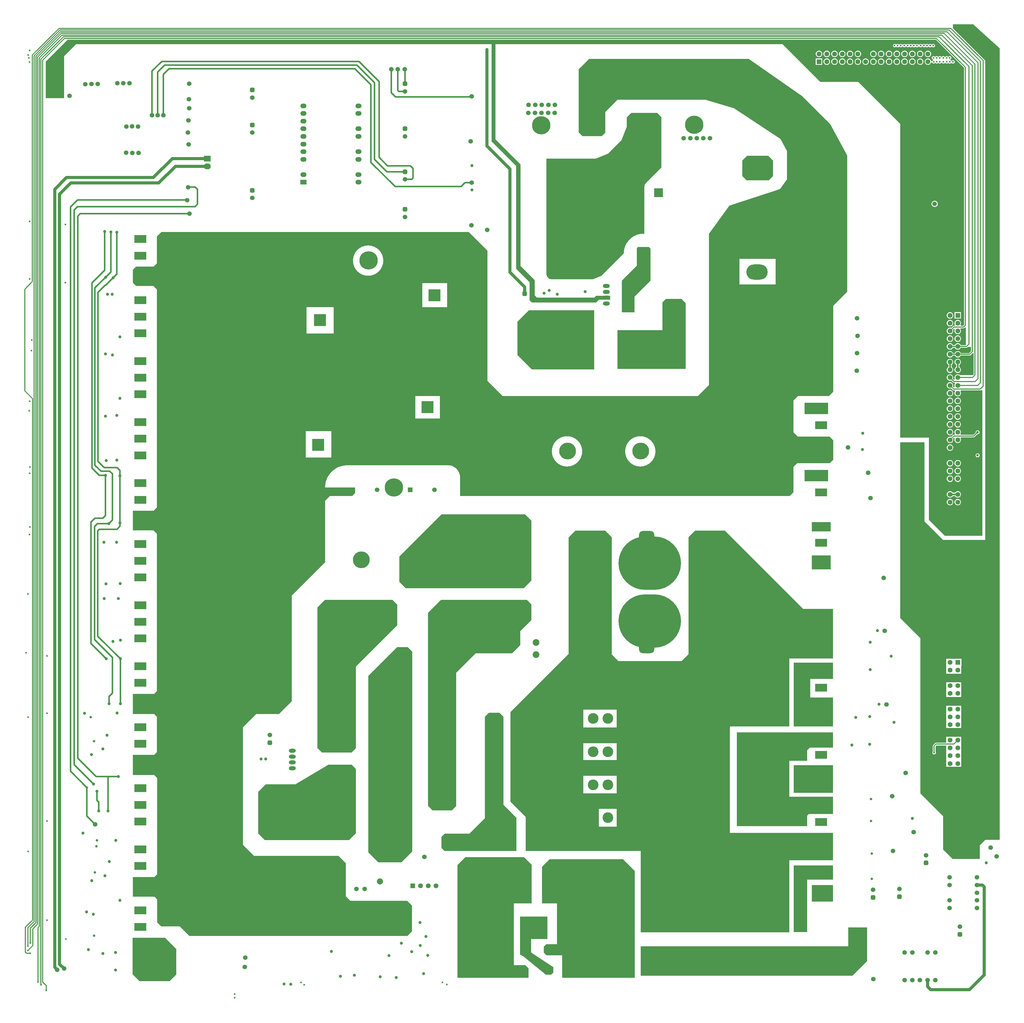
<source format=gtl>
G04*
G04 #@! TF.GenerationSoftware,Altium Limited,Altium Designer,25.3.3 (18)*
G04*
G04 Layer_Physical_Order=1*
G04 Layer_Color=255*
%FSLAX44Y44*%
%MOMM*%
G71*
G04*
G04 #@! TF.SameCoordinates,02FA8497-09D8-4EBB-9686-6BBDE5AED0EC*
G04*
G04*
G04 #@! TF.FilePolarity,Positive*
G04*
G01*
G75*
%ADD10C,0.8000*%
%ADD13C,0.5000*%
%ADD16C,0.3000*%
%ADD67C,1.0000*%
%ADD68C,5.5000*%
%ADD69O,6.0000X9.0000*%
%ADD70C,6.0000*%
%ADD71O,7.0000X5.0000*%
%ADD72C,1.5000*%
G04:AMPARAMS|DCode=73|XSize=1.5mm|YSize=1.5mm|CornerRadius=0.375mm|HoleSize=0mm|Usage=FLASHONLY|Rotation=270.000|XOffset=0mm|YOffset=0mm|HoleType=Round|Shape=RoundedRectangle|*
%AMROUNDEDRECTD73*
21,1,1.5000,0.7500,0,0,270.0*
21,1,0.7500,1.5000,0,0,270.0*
1,1,0.7500,-0.3750,-0.3750*
1,1,0.7500,-0.3750,0.3750*
1,1,0.7500,0.3750,0.3750*
1,1,0.7500,0.3750,-0.3750*
%
%ADD73ROUNDEDRECTD73*%
%ADD74R,4.0000X2.5000*%
%ADD75C,4.0000*%
%ADD76R,4.0000X4.0000*%
%ADD77O,20.5000X17.5000*%
G04:AMPARAMS|DCode=78|XSize=5mm|YSize=15mm|CornerRadius=1.25mm|HoleSize=0mm|Usage=FLASHONLY|Rotation=180.000|XOffset=0mm|YOffset=0mm|HoleType=Round|Shape=RoundedRectangle|*
%AMROUNDEDRECTD78*
21,1,5.0000,12.5000,0,0,180.0*
21,1,2.5000,15.0000,0,0,180.0*
1,1,2.5000,-1.2500,6.2500*
1,1,2.5000,1.2500,6.2500*
1,1,2.5000,1.2500,-6.2500*
1,1,2.5000,-1.2500,-6.2500*
%
%ADD78ROUNDEDRECTD78*%
G04:AMPARAMS|DCode=79|XSize=5mm|YSize=11mm|CornerRadius=1.25mm|HoleSize=0mm|Usage=FLASHONLY|Rotation=180.000|XOffset=0mm|YOffset=0mm|HoleType=Round|Shape=RoundedRectangle|*
%AMROUNDEDRECTD79*
21,1,5.0000,8.5000,0,0,180.0*
21,1,2.5000,11.0000,0,0,180.0*
1,1,2.5000,-1.2500,4.2500*
1,1,2.5000,1.2500,4.2500*
1,1,2.5000,1.2500,-4.2500*
1,1,2.5000,-1.2500,-4.2500*
%
%ADD79ROUNDEDRECTD79*%
%ADD80O,10.0000X7.0000*%
%ADD81R,4.0000X4.0000*%
%ADD82R,1.5000X1.5000*%
%ADD83C,2.2000*%
%ADD84C,1.6050*%
%ADD85R,1.6050X1.6050*%
G04:AMPARAMS|DCode=86|XSize=1.5mm|YSize=1.5mm|CornerRadius=0.375mm|HoleSize=0mm|Usage=FLASHONLY|Rotation=0.000|XOffset=0mm|YOffset=0mm|HoleType=Round|Shape=RoundedRectangle|*
%AMROUNDEDRECTD86*
21,1,1.5000,0.7500,0,0,0.0*
21,1,0.7500,1.5000,0,0,0.0*
1,1,0.7500,0.3750,-0.3750*
1,1,0.7500,-0.3750,-0.3750*
1,1,0.7500,-0.3750,0.3750*
1,1,0.7500,0.3750,0.3750*
%
%ADD86ROUNDEDRECTD86*%
%ADD87R,1.5200X1.5200*%
%ADD88C,1.5200*%
%ADD89C,3.5000*%
%ADD90R,3.5000X3.5000*%
%ADD91O,2.3000X1.3000*%
%ADD92O,1.9050X2.5400*%
%ADD93R,3.5000X3.5000*%
%ADD94C,2.0000*%
%ADD95R,2.0000X2.0000*%
%ADD96C,1.6000*%
%ADD97R,1.6000X1.6000*%
%ADD98R,1.5200X1.5200*%
%ADD99O,2.2860X1.9050*%
%ADD100R,2.2860X1.9050*%
%ADD101R,2.0000X1.5000*%
%ADD102C,3.0000*%
%ADD103O,2.0000X1.5000*%
%ADD104R,3.0000X3.0000*%
%ADD105R,1.5000X1.5000*%
%ADD106R,1.6050X1.6050*%
%ADD107C,12.0000*%
%ADD108R,2.0000X2.0000*%
%ADD109C,1.0000*%
%ADD110C,0.8000*%
%ADD111C,0.6000*%
%ADD112C,1.2000*%
%ADD113C,0.7000*%
G36*
X2468450Y2764360D02*
Y2713560D01*
X2454480Y2699590D01*
X2382090D01*
X2368120Y2713560D01*
Y2764360D01*
X2383360Y2779600D01*
X2453210D01*
X2468450Y2764360D01*
D02*
G37*
G36*
X2088430Y2920570D02*
X2102690Y2906310D01*
Y2741500D01*
X2054212Y2693022D01*
X2054212Y2693022D01*
X2052547Y2691184D01*
X2049794Y2687065D01*
X2047898Y2682488D01*
X2046932Y2677629D01*
X2046810Y2675152D01*
Y2524337D01*
X2044277D01*
X2044277Y2524337D01*
X2041099Y2524259D01*
X2034772Y2523636D01*
X2028538Y2522396D01*
X2022454Y2520551D01*
X2016581Y2518118D01*
X2010975Y2515121D01*
X2005689Y2511590D01*
X2000775Y2507557D01*
X1996280Y2503062D01*
X1992248Y2498148D01*
X1988716Y2492862D01*
X1985719Y2487256D01*
X1983287Y2481383D01*
X1981441Y2475300D01*
X1980201Y2469065D01*
X1979578Y2462738D01*
X1979500Y2459560D01*
X1905754Y2385814D01*
X1878256Y2375002D01*
X1743748D01*
X1743748Y2375002D01*
X1742025Y2375002D01*
X1738644Y2375674D01*
X1735459Y2376994D01*
X1732594Y2378909D01*
X1730156Y2381346D01*
X1728241Y2384212D01*
X1726922Y2387396D01*
X1726250Y2390777D01*
X1726250Y2392500D01*
Y2769972D01*
X1888875D01*
X1927681Y2786046D01*
X1971207Y2829572D01*
X1989660Y2874122D01*
Y2905660D01*
X2004570Y2920570D01*
X2088430Y2920570D01*
D02*
G37*
G36*
X2062050Y2481150D02*
X2067130Y2476070D01*
X2067130Y2370660D01*
X2015060Y2318590D01*
X2015060Y2266520D01*
X1973150D01*
Y2370660D01*
X2022680Y2420190D01*
X2022680Y2477340D01*
X2026490Y2481150D01*
X2062050Y2481150D01*
D02*
G37*
G36*
X3093881Y3068544D02*
Y2225456D01*
X3091044Y2222619D01*
X3084332D01*
X3083970Y2222950D01*
X3082741Y2225619D01*
X3083545Y2227012D01*
X3084265Y2229699D01*
Y2232481D01*
X3083545Y2235168D01*
X3082154Y2237577D01*
X3080187Y2239544D01*
X3077778Y2240935D01*
X3075091Y2241655D01*
X3072309D01*
X3069622Y2240935D01*
X3067213Y2239544D01*
X3065246Y2237577D01*
X3063855Y2235168D01*
X3063135Y2232481D01*
Y2229699D01*
X3063855Y2227012D01*
X3064659Y2225619D01*
X3063430Y2222950D01*
X3063068Y2222619D01*
X3061110D01*
X3059534Y2222306D01*
X3058197Y2221413D01*
X3052332Y2215547D01*
X3049691Y2216255D01*
X3046909D01*
X3044222Y2215535D01*
X3041813Y2214144D01*
X3039846Y2212177D01*
X3038455Y2209768D01*
X3037735Y2207081D01*
Y2204299D01*
X3038455Y2201612D01*
X3039846Y2199203D01*
X3041813Y2197236D01*
X3044222Y2195845D01*
X3046909Y2195125D01*
X3049691D01*
X3052378Y2195845D01*
X3054787Y2197236D01*
X3056754Y2199203D01*
X3058145Y2201612D01*
X3058865Y2204299D01*
Y2207081D01*
X3058157Y2209722D01*
X3060944Y2212509D01*
X3061187Y2212608D01*
X3061939Y2212450D01*
X3062777Y2211277D01*
X3063656Y2209025D01*
X3063135Y2207081D01*
Y2204299D01*
X3063855Y2201612D01*
X3065246Y2199203D01*
X3067213Y2197236D01*
X3069622Y2195845D01*
X3072309Y2195125D01*
X3075091D01*
X3077778Y2195845D01*
X3080187Y2197236D01*
X3082154Y2199203D01*
X3083545Y2201612D01*
X3084265Y2204299D01*
Y2207081D01*
X3083545Y2209768D01*
X3082614Y2211381D01*
X3083554Y2213690D01*
X3084193Y2214381D01*
X3092750D01*
X3094326Y2214694D01*
X3095663Y2215587D01*
X3097478Y2217403D01*
X3100250Y2216255D01*
Y2159009D01*
X3083521D01*
X3082154Y2161377D01*
X3080187Y2163344D01*
X3077778Y2164735D01*
X3075091Y2165455D01*
X3072309D01*
X3069622Y2164735D01*
X3067213Y2163344D01*
X3065246Y2161377D01*
X3063879Y2159009D01*
X3058121D01*
X3056754Y2161377D01*
X3054787Y2163344D01*
X3052378Y2164735D01*
X3049691Y2165455D01*
X3046909D01*
X3044222Y2164735D01*
X3041813Y2163344D01*
X3039846Y2161377D01*
X3038455Y2158968D01*
X3037735Y2156281D01*
Y2153499D01*
X3038455Y2150812D01*
X3039846Y2148403D01*
X3041813Y2146436D01*
X3044222Y2145045D01*
X3046909Y2144325D01*
X3049691D01*
X3052378Y2145045D01*
X3054787Y2146436D01*
X3056754Y2148403D01*
X3058121Y2150771D01*
X3063879D01*
X3065246Y2148403D01*
X3067213Y2146436D01*
X3069622Y2145045D01*
X3072309Y2144325D01*
X3075091D01*
X3077778Y2145045D01*
X3080187Y2146436D01*
X3082154Y2148403D01*
X3083521Y2150771D01*
X3102390D01*
X3103966Y2151084D01*
X3105303Y2151977D01*
X3106825Y2153500D01*
X3117381D01*
Y2139706D01*
X3110884Y2133209D01*
X3083521D01*
X3082154Y2135577D01*
X3080187Y2137544D01*
X3077778Y2138935D01*
X3075091Y2139655D01*
X3072309D01*
X3069622Y2138935D01*
X3067213Y2137544D01*
X3065246Y2135577D01*
X3063879Y2133209D01*
X3058121D01*
X3056754Y2135577D01*
X3054787Y2137544D01*
X3052378Y2138935D01*
X3049691Y2139655D01*
X3046909D01*
X3044222Y2138935D01*
X3041813Y2137544D01*
X3039846Y2135577D01*
X3038455Y2133168D01*
X3037735Y2130481D01*
Y2127699D01*
X3038455Y2125012D01*
X3039846Y2122603D01*
X3041813Y2120636D01*
X3044222Y2119245D01*
X3046909Y2118525D01*
X3049691D01*
X3052378Y2119245D01*
X3054787Y2120636D01*
X3056754Y2122603D01*
X3058121Y2124971D01*
X3063879D01*
X3065246Y2122603D01*
X3067213Y2120636D01*
X3069622Y2119245D01*
X3072309Y2118525D01*
X3075091D01*
X3077778Y2119245D01*
X3080187Y2120636D01*
X3082154Y2122603D01*
X3083521Y2124971D01*
X3112590D01*
X3114166Y2125284D01*
X3115503Y2126177D01*
X3122881Y2133555D01*
X3125881Y2132313D01*
Y2062456D01*
X3124425Y2061000D01*
X3081250D01*
X3078739Y2062180D01*
X3077778Y2062735D01*
X3075091Y2063455D01*
X3072309D01*
X3069622Y2062735D01*
X3067213Y2061344D01*
X3065246Y2059377D01*
X3063855Y2056968D01*
X3063135Y2054281D01*
Y2051499D01*
X3063677Y2049476D01*
X3063169Y2047772D01*
X3062008Y2046012D01*
X3061404Y2045872D01*
X3060993Y2046022D01*
X3058157Y2048858D01*
X3058865Y2051499D01*
Y2054281D01*
X3058145Y2056968D01*
X3056754Y2059377D01*
X3054787Y2061344D01*
X3052378Y2062735D01*
X3049691Y2063455D01*
X3046909D01*
X3044222Y2062735D01*
X3041813Y2061344D01*
X3039846Y2059377D01*
X3038455Y2056968D01*
X3037735Y2054281D01*
Y2051499D01*
X3038455Y2048812D01*
X3039846Y2046403D01*
X3041813Y2044436D01*
X3044222Y2043045D01*
X3046909Y2042325D01*
X3049691D01*
X3052332Y2043033D01*
X3058277Y2037087D01*
X3059614Y2036194D01*
X3061190Y2035881D01*
X3063307D01*
X3064019Y2035034D01*
X3064844Y2032881D01*
X3063855Y2031168D01*
X3063135Y2028481D01*
Y2025699D01*
X3063538Y2024194D01*
X3062213Y2021428D01*
X3061630Y2020865D01*
X3060521Y2020695D01*
X3058157Y2023058D01*
X3058865Y2025699D01*
Y2028481D01*
X3058145Y2031168D01*
X3056754Y2033577D01*
X3054787Y2035544D01*
X3052378Y2036935D01*
X3049691Y2037655D01*
X3046909D01*
X3044222Y2036935D01*
X3041813Y2035544D01*
X3039846Y2033577D01*
X3038455Y2031168D01*
X3037735Y2028481D01*
Y2025699D01*
X3038455Y2023012D01*
X3039846Y2020603D01*
X3041813Y2018636D01*
X3044222Y2017245D01*
X3046909Y2016525D01*
X3049691D01*
X3052332Y2017233D01*
X3057727Y2011837D01*
X3059064Y2010944D01*
X3060640Y2010631D01*
X3063457D01*
X3064284Y2009497D01*
X3064930Y2007631D01*
X3063855Y2005768D01*
X3063135Y2003081D01*
Y2000299D01*
X3063855Y1997612D01*
X3065246Y1995203D01*
X3067213Y1993236D01*
X3069622Y1991845D01*
X3072309Y1991125D01*
X3075091D01*
X3077778Y1991845D01*
X3080187Y1993236D01*
X3082154Y1995203D01*
X3083545Y1997612D01*
X3084265Y2000299D01*
Y2003081D01*
X3083545Y2005768D01*
X3082545Y2007500D01*
X3083347Y2009621D01*
X3084074Y2010500D01*
X3154250D01*
Y1551000D01*
Y1534250D01*
X3031000Y1534250D01*
X2978750Y1586500D01*
Y1856250D01*
X2885250D01*
Y2884500D01*
X2747750Y3022000D01*
X2623500D01*
X2500000Y3145500D01*
X1559000D01*
Y2834000D01*
X1641000Y2752000D01*
X1641000Y2418651D01*
X1688000Y2371651D01*
Y2321750D01*
X1695250Y2314500D01*
X1882250D01*
X1888750Y2321000D01*
X1935500D01*
Y2308000D01*
X1897750D01*
X1888750Y2299000D01*
X1678500D01*
X1671250Y2306250D01*
Y2365750D01*
X1627000Y2410000D01*
X1627000Y2746250D01*
X1546750Y2826500D01*
Y3145500D01*
X185048D01*
X146250Y3106702D01*
Y2968250D01*
X85750D01*
Y3088658D01*
X157223Y3160131D01*
X3002294D01*
X3093881Y3068544D01*
D02*
G37*
G36*
X2182500Y2297000D02*
Y2081100D01*
X1959180D01*
Y2208100D01*
X2106500D01*
Y2299540D01*
X2117930Y2310970D01*
X2168530D01*
X2182500Y2297000D01*
D02*
G37*
G36*
X1882654Y2079821D02*
X1678183D01*
X1631194Y2126811D01*
Y2235694D01*
X1669250Y2273750D01*
X1882654D01*
Y2079821D01*
D02*
G37*
G36*
X2564732Y2974232D02*
X2655302Y2883662D01*
X2711250Y2780090D01*
Y2334060D01*
X2665624Y2288434D01*
Y2006624D01*
X2651200Y1992200D01*
X2550200D01*
X2535760Y1977760D01*
Y1873240D01*
X2549507Y1859493D01*
X2654027D01*
X2665624Y1847896D01*
Y1784124D01*
X2653990Y1772490D01*
X2547990D01*
X2535760Y1760260D01*
Y1677010D01*
X2523290Y1664540D01*
X1797890Y1664540D01*
X1644220D01*
Y1665017D01*
X1442844D01*
X1442844Y1726216D01*
X1442760Y1728775D01*
X1442092Y1733850D01*
X1440768Y1738794D01*
X1438809Y1743523D01*
X1436249Y1747956D01*
X1433133Y1752016D01*
X1429513Y1755636D01*
X1425452Y1758752D01*
X1421019Y1761311D01*
X1416290Y1763269D01*
X1411346Y1764594D01*
X1406271Y1765261D01*
X1403712Y1765345D01*
X1403713Y1765347D01*
X1296794D01*
X1073981Y1765347D01*
X1070395Y1765259D01*
X1063256Y1764556D01*
X1056220Y1763156D01*
X1049355Y1761074D01*
X1042728Y1758329D01*
X1036402Y1754948D01*
X1030437Y1750962D01*
X1024892Y1746411D01*
X1019819Y1741339D01*
X1015269Y1735794D01*
X1011283Y1729829D01*
X1007902Y1723503D01*
X1005157Y1716875D01*
X1003075Y1710011D01*
X1001675Y1702975D01*
X1000972Y1695836D01*
X1000884Y1692250D01*
X1099250D01*
Y1674750D01*
X1089517Y1665017D01*
X1016517D01*
X1000884Y1649384D01*
Y1447847D01*
X891664Y1338627D01*
Y991917D01*
X849754Y950007D01*
X774824D01*
X731644Y906827D01*
Y522017D01*
X768474Y485187D01*
X1045313D01*
X1069000Y461500D01*
Y352750D01*
X1084000Y337750D01*
X1270000D01*
X1285364Y322386D01*
Y237864D01*
X1270590Y223090D01*
X556384D01*
X525428Y254047D01*
X464203Y254047D01*
X450974Y267276D01*
Y343026D01*
X442163Y351837D01*
X370964Y351837D01*
Y416130D01*
X442130Y416130D01*
X450974Y424974D01*
Y741026D01*
X441383Y750617D01*
X370964Y750617D01*
Y816180D01*
X440680D01*
X449704Y825204D01*
Y941296D01*
X440993Y950007D01*
X370964D01*
Y1016047D01*
X440547Y1016047D01*
X449704Y1025204D01*
Y1541046D01*
X438763Y1551987D01*
X370964Y1551987D01*
Y1616280D01*
X439280D01*
X449704Y1626704D01*
Y2341796D01*
X438143Y2353357D01*
X381643D01*
X370964Y2364036D01*
X370964Y2405964D01*
X381380Y2416380D01*
X438630D01*
X449704Y2427454D01*
Y2514954D01*
X464637Y2529887D01*
X1472363D01*
X1533014Y2469236D01*
X1533014Y2197147D01*
Y2042207D01*
X1582544Y1992677D01*
X1644774D01*
Y1992200D01*
X2222288Y1992200D01*
X2258900Y2028812D01*
Y2442000D01*
X2258900D01*
Y2523797D01*
X2325595Y2616017D01*
X2491370Y2670682D01*
X2514170Y2702208D01*
Y2794793D01*
X2492695Y2834787D01*
X2340844Y2935423D01*
X2246822Y2963750D01*
X1959180D01*
X1919250Y2923820D01*
X1919250Y2856000D01*
X1907620Y2844370D01*
X1844630D01*
X1832180Y2856820D01*
Y3063680D01*
X1865250Y3096750D01*
X2389092D01*
X2564732Y2974232D01*
D02*
G37*
G36*
X2648500Y1932750D02*
X2571750D01*
Y1970250D01*
X2648500D01*
Y1932750D01*
D02*
G37*
G36*
Y1712750D02*
X2571750D01*
Y1750250D01*
X2648500D01*
Y1712750D01*
D02*
G37*
G36*
X2657680Y1548970D02*
X2595450D01*
Y1579230D01*
X2657680D01*
Y1548970D01*
D02*
G37*
G36*
X3211250Y3131949D02*
Y538000D01*
X3163500D01*
X3145750Y520250D01*
Y475250D01*
X3056000Y475250D01*
X3025250Y506000D01*
Y615500D01*
X2950750Y690000D01*
Y1199250D01*
X2884750Y1265250D01*
X2884750Y1841000D01*
X2965000D01*
Y1581250D01*
X3025250Y1521000D01*
X3163500D01*
Y3092000D01*
X3058000Y3197500D01*
Y3210750D01*
X3123500D01*
X3211250Y3131949D01*
D02*
G37*
G36*
X2657680Y1424510D02*
X2595450D01*
Y1470230D01*
X2657680D01*
Y1424510D01*
D02*
G37*
G36*
X1677240Y1584530D02*
Y1387490D01*
X1652030Y1362280D01*
X1485470D01*
X1265760Y1362280D01*
X1244170Y1383870D01*
X1244170Y1466343D01*
X1382677Y1604850D01*
X1412850D01*
X1656920Y1604850D01*
X1677240Y1584530D01*
D02*
G37*
G36*
X2567510Y1294970D02*
X2665300D01*
Y1132410D01*
X2522250D01*
Y909500D01*
X2327500D01*
Y560910D01*
X2665300D01*
Y470740D01*
X2522250D01*
Y234520D01*
X2035380D01*
Y501220D01*
X1658190D01*
Y612980D01*
X1608660Y662510D01*
Y957150D01*
X1711530Y1060020D01*
X1799160Y1147650D01*
Y1529160D01*
X1821510Y1551510D01*
X1918490Y1551510D01*
X1940130Y1529870D01*
Y1145870D01*
X1962480Y1123520D01*
X2168730D01*
X2191590Y1146380D01*
Y1530340D01*
X2212760Y1551510D01*
X2310970D01*
X2567510Y1294970D01*
D02*
G37*
G36*
X2665300Y1065100D02*
X2590370D01*
Y1004140D01*
X2665300D01*
Y909500D01*
X2536000D01*
Y1118440D01*
X2665300D01*
Y1065100D01*
D02*
G37*
G36*
X1237820Y1308680D02*
Y1241630D01*
X1101930Y1105740D01*
Y838180D01*
X1087550Y823800D01*
X990950D01*
X976200Y838550D01*
Y1300050D01*
X1000330Y1324180D01*
X1222320D01*
X1237820Y1308680D01*
D02*
G37*
G36*
X2665300Y691720D02*
X2536000D01*
Y782000D01*
X2665300D01*
Y691720D01*
D02*
G37*
G36*
X1676984Y1310266D02*
Y1257965D01*
X1640154Y1221135D01*
Y1175415D01*
X1613484Y1148745D01*
X1494185D01*
X1430860Y1085420D01*
X1430860Y648540D01*
X1416890Y634570D01*
X1353390D01*
X1338150Y649810D01*
X1338150Y1282270D01*
X1380380Y1324500D01*
X1662750D01*
X1676984Y1310266D01*
D02*
G37*
G36*
X2665300Y889840D02*
Y840310D01*
X2589100D01*
X2580210Y831420D01*
Y797130D01*
X2522250D01*
Y679000D01*
X2665300D01*
Y622250D01*
X2585670D01*
X2580210Y616790D01*
Y582500D01*
X2350340D01*
Y889840D01*
X2665300Y889840D01*
D02*
G37*
G36*
X1102307Y770193D02*
Y559684D01*
X1079446Y536824D01*
X803857D01*
X782266Y558414D01*
Y695574D01*
X806396Y719704D01*
X904186D01*
X1012137Y784474D01*
X1088026D01*
X1102307Y770193D01*
D02*
G37*
G36*
X1585800Y941910D02*
X1585800Y652350D01*
X1627710Y610440D01*
Y501220D01*
X1392760D01*
X1382600Y511380D01*
Y548210D01*
X1392760Y558370D01*
X1474040D01*
X1524840Y609170D01*
Y941910D01*
X1537540Y954610D01*
X1573100D01*
X1585800Y941910D01*
D02*
G37*
G36*
X1286250Y1154500D02*
Y500000D01*
X1250640Y464390D01*
X1174860D01*
X1142570Y496680D01*
X1142570Y1075260D01*
X1236550Y1169240D01*
X1271510D01*
X1286250Y1154500D01*
D02*
G37*
G36*
X2665055Y335718D02*
X2595205D01*
Y389460D01*
X2665055D01*
Y335718D01*
D02*
G37*
G36*
X2665300Y407240D02*
X2580210D01*
Y235790D01*
X2536000D01*
Y454230D01*
X2665300D01*
Y407240D01*
D02*
G37*
G36*
X1729735Y212852D02*
X1676395D01*
Y168402D01*
X1748785Y120142D01*
Y103632D01*
X1741165Y96012D01*
X1724655Y96012D01*
X1650995Y155702D01*
X1639565Y161857D01*
X1639565Y286512D01*
X1729735D01*
Y212852D01*
D02*
G37*
G36*
X2777060Y140810D02*
X2728530Y92280D01*
X2035380D01*
Y188800D01*
X2714830D01*
Y251030D01*
X2777060D01*
Y140810D01*
D02*
G37*
G36*
X2015500Y436010D02*
Y85750D01*
X1777242D01*
Y158902D01*
X1726442D01*
X1717552Y167792D01*
Y188112D01*
X1725172Y195732D01*
X1760732D01*
Y329389D01*
X1711202D01*
Y448822D01*
X1736242Y473862D01*
X1977648D01*
X2015500Y436010D01*
D02*
G37*
G36*
X1677362Y456648D02*
Y329389D01*
X1618942D01*
Y127459D01*
X1657042D01*
X1667202Y117299D01*
Y85750D01*
X1434670D01*
X1434670Y455500D01*
X1460070Y480900D01*
X1653110D01*
X1677362Y456648D01*
D02*
G37*
G36*
X513920Y180330D02*
Y96670D01*
X492000Y74750D01*
X392750D01*
X370410Y97090D01*
X370410Y216740D01*
X477510D01*
X513920Y180330D01*
D02*
G37*
%LPC*%
G36*
X2994602Y3146540D02*
X2992398D01*
X2990362Y3145697D01*
X2990335Y3145670D01*
X2988375Y3144413D01*
X2986415Y3145670D01*
X2986388Y3145697D01*
X2984352Y3146540D01*
X2982148D01*
X2980112Y3145697D01*
X2979960Y3145545D01*
X2978000Y3144448D01*
X2976040Y3145545D01*
X2975888Y3145697D01*
X2973852Y3146540D01*
X2971648D01*
X2969612Y3145697D01*
X2967875Y3144283D01*
X2966138Y3145697D01*
X2964102Y3146540D01*
X2961898D01*
X2959862Y3145697D01*
X2959460Y3145294D01*
X2957500Y3144474D01*
X2955540Y3145294D01*
X2955138Y3145697D01*
X2953102Y3146540D01*
X2950898D01*
X2948862Y3145697D01*
X2947933Y3144768D01*
X2946125Y3144387D01*
X2944317Y3144768D01*
X2943388Y3145697D01*
X2941352Y3146540D01*
X2939148D01*
X2937112Y3145697D01*
X2937085Y3145670D01*
X2935125Y3144413D01*
X2933165Y3145670D01*
X2933138Y3145697D01*
X2931102Y3146540D01*
X2928898D01*
X2926862Y3145697D01*
X2926710Y3145545D01*
X2924750Y3144448D01*
X2922790Y3145545D01*
X2922638Y3145697D01*
X2920602Y3146540D01*
X2918398D01*
X2916362Y3145697D01*
X2914625Y3144283D01*
X2912888Y3145697D01*
X2910852Y3146540D01*
X2908648D01*
X2906612Y3145697D01*
X2906210Y3145294D01*
X2904250Y3144474D01*
X2902290Y3145294D01*
X2901888Y3145697D01*
X2899852Y3146540D01*
X2897648D01*
X2895612Y3145697D01*
X2894683Y3144768D01*
X2892875Y3144387D01*
X2891067Y3144768D01*
X2890138Y3145697D01*
X2888102Y3146540D01*
X2885898D01*
X2883862Y3145697D01*
X2883835Y3145670D01*
X2881875Y3144413D01*
X2879915Y3145670D01*
X2879888Y3145697D01*
X2877852Y3146540D01*
X2875648D01*
X2873612Y3145697D01*
X2871750Y3144357D01*
X2869888Y3145697D01*
X2867852Y3146540D01*
X2865648D01*
X2863612Y3145697D01*
X2862053Y3144138D01*
X2861210Y3142102D01*
Y3139898D01*
X2862053Y3137862D01*
X2863612Y3136303D01*
X2865648Y3135460D01*
X2867852D01*
X2869888Y3136303D01*
X2871750Y3137643D01*
X2873612Y3136303D01*
X2875648Y3135460D01*
X2877852D01*
X2879888Y3136303D01*
X2879915Y3136330D01*
X2881875Y3137587D01*
X2883835Y3136330D01*
X2883862Y3136303D01*
X2885898Y3135460D01*
X2888102D01*
X2890138Y3136303D01*
X2891067Y3137232D01*
X2892875Y3137614D01*
X2894683Y3137232D01*
X2895612Y3136303D01*
X2897648Y3135460D01*
X2899852D01*
X2901888Y3136303D01*
X2902290Y3136705D01*
X2904250Y3137526D01*
X2906210Y3136705D01*
X2906612Y3136303D01*
X2908648Y3135460D01*
X2910852D01*
X2912888Y3136303D01*
X2914625Y3137717D01*
X2916362Y3136303D01*
X2918398Y3135460D01*
X2920602D01*
X2922638Y3136303D01*
X2922790Y3136455D01*
X2924750Y3137552D01*
X2926710Y3136455D01*
X2926862Y3136303D01*
X2928898Y3135460D01*
X2931102D01*
X2933138Y3136303D01*
X2933165Y3136330D01*
X2935125Y3137587D01*
X2937085Y3136330D01*
X2937112Y3136303D01*
X2939148Y3135460D01*
X2941352D01*
X2943388Y3136303D01*
X2944317Y3137232D01*
X2946125Y3137614D01*
X2947933Y3137232D01*
X2948862Y3136303D01*
X2950898Y3135460D01*
X2953102D01*
X2955138Y3136303D01*
X2955540Y3136705D01*
X2957500Y3137526D01*
X2959460Y3136705D01*
X2959862Y3136303D01*
X2961898Y3135460D01*
X2964102D01*
X2966138Y3136303D01*
X2967875Y3137717D01*
X2969612Y3136303D01*
X2971648Y3135460D01*
X2973852D01*
X2975888Y3136303D01*
X2976040Y3136455D01*
X2978000Y3137552D01*
X2979960Y3136455D01*
X2980112Y3136303D01*
X2982148Y3135460D01*
X2984352D01*
X2986388Y3136303D01*
X2986415Y3136330D01*
X2988375Y3137587D01*
X2990335Y3136330D01*
X2990362Y3136303D01*
X2992398Y3135460D01*
X2994602D01*
X2996638Y3136303D01*
X2998197Y3137862D01*
X2999040Y3139898D01*
Y3142102D01*
X2998197Y3144138D01*
X2996638Y3145697D01*
X2994602Y3146540D01*
D02*
G37*
G36*
X3048102Y3106290D02*
X3045898D01*
X3043862Y3105446D01*
X3042125Y3104033D01*
X3040388Y3105446D01*
X3038352Y3106290D01*
X3036148D01*
X3034112Y3105446D01*
X3033710Y3105045D01*
X3031750Y3104225D01*
X3029790Y3105045D01*
X3029388Y3105446D01*
X3027352Y3106290D01*
X3025148D01*
X3023112Y3105446D01*
X3022183Y3104518D01*
X3020375Y3104137D01*
X3018567Y3104518D01*
X3017638Y3105446D01*
X3015602Y3106290D01*
X3013398D01*
X3011362Y3105446D01*
X3011335Y3105420D01*
X3009375Y3104163D01*
X3007415Y3105420D01*
X3007388Y3105446D01*
X3005352Y3106290D01*
X3003148D01*
X3001112Y3105446D01*
X2999250Y3104107D01*
X2997388Y3105446D01*
X2995352Y3106290D01*
X2993148D01*
X2991112Y3105446D01*
X2989553Y3103888D01*
X2988710Y3101852D01*
Y3099648D01*
X2989553Y3097612D01*
X2991112Y3096053D01*
X2992098Y3095645D01*
X2992196Y3092438D01*
X2991612Y3092197D01*
X2990053Y3090638D01*
X2989545Y3089411D01*
X2986545Y3089601D01*
X2985825Y3092288D01*
X2984434Y3094697D01*
X2982467Y3096664D01*
X2980058Y3098055D01*
X2977371Y3098775D01*
X2974589D01*
X2971902Y3098055D01*
X2969493Y3096664D01*
X2967526Y3094697D01*
X2966135Y3092288D01*
X2965415Y3089601D01*
Y3086819D01*
X2966135Y3084132D01*
X2967526Y3081723D01*
X2969493Y3079756D01*
X2971902Y3078365D01*
X2974589Y3077645D01*
X2977371D01*
X2980058Y3078365D01*
X2982467Y3079756D01*
X2984434Y3081723D01*
X2985825Y3084132D01*
X2986345Y3086072D01*
X2987632Y3086219D01*
X2989409Y3085917D01*
X2990053Y3084362D01*
X2991612Y3082803D01*
X2993648Y3081960D01*
X2995852D01*
X2997888Y3082803D01*
X2999750Y3084143D01*
X3001612Y3082803D01*
X3003648Y3081960D01*
X3005852D01*
X3007888Y3082803D01*
X3007915Y3082831D01*
X3009875Y3084087D01*
X3011835Y3082831D01*
X3011862Y3082803D01*
X3013898Y3081960D01*
X3016102D01*
X3018138Y3082803D01*
X3019067Y3083732D01*
X3020875Y3084113D01*
X3022683Y3083732D01*
X3023612Y3082803D01*
X3025648Y3081960D01*
X3027852D01*
X3029888Y3082803D01*
X3030290Y3083205D01*
X3032250Y3084026D01*
X3034210Y3083205D01*
X3034612Y3082803D01*
X3036648Y3081960D01*
X3038852D01*
X3040888Y3082803D01*
X3042625Y3084217D01*
X3044362Y3082803D01*
X3046398Y3081960D01*
X3048602D01*
X3050638Y3082803D01*
X3050790Y3082955D01*
X3052750Y3084052D01*
X3054710Y3082955D01*
X3054862Y3082803D01*
X3056898Y3081960D01*
X3059102D01*
X3061138Y3082803D01*
X3062697Y3084362D01*
X3063540Y3086398D01*
Y3088602D01*
X3062697Y3090638D01*
X3061138Y3092197D01*
X3059102Y3093040D01*
X3056898D01*
X3054862Y3092197D01*
X3054710Y3092045D01*
X3052750Y3090948D01*
X3050790Y3092045D01*
X3050638Y3092197D01*
X3049652Y3092605D01*
X3049554Y3095811D01*
X3050138Y3096053D01*
X3051696Y3097612D01*
X3052540Y3099648D01*
Y3101852D01*
X3051696Y3103888D01*
X3050138Y3105446D01*
X3048102Y3106290D01*
D02*
G37*
G36*
X2977371Y3124175D02*
X2974589D01*
X2971902Y3123455D01*
X2969493Y3122064D01*
X2967526Y3120097D01*
X2966135Y3117688D01*
X2965415Y3115001D01*
Y3112219D01*
X2966135Y3109532D01*
X2967526Y3107123D01*
X2969493Y3105156D01*
X2971902Y3103765D01*
X2974589Y3103045D01*
X2977371D01*
X2980058Y3103765D01*
X2982467Y3105156D01*
X2984434Y3107123D01*
X2985825Y3109532D01*
X2986545Y3112219D01*
Y3115001D01*
X2985825Y3117688D01*
X2984434Y3120097D01*
X2982467Y3122064D01*
X2980058Y3123455D01*
X2977371Y3124175D01*
D02*
G37*
G36*
X2951971D02*
X2949189D01*
X2946502Y3123455D01*
X2944093Y3122064D01*
X2942126Y3120097D01*
X2940735Y3117688D01*
X2940015Y3115001D01*
Y3112219D01*
X2940735Y3109532D01*
X2942126Y3107123D01*
X2944093Y3105156D01*
X2946502Y3103765D01*
X2949189Y3103045D01*
X2951971D01*
X2954658Y3103765D01*
X2957067Y3105156D01*
X2959034Y3107123D01*
X2960425Y3109532D01*
X2961145Y3112219D01*
Y3115001D01*
X2960425Y3117688D01*
X2959034Y3120097D01*
X2957067Y3122064D01*
X2954658Y3123455D01*
X2951971Y3124175D01*
D02*
G37*
G36*
X2926171D02*
X2923389D01*
X2920702Y3123455D01*
X2918293Y3122064D01*
X2916326Y3120097D01*
X2914935Y3117688D01*
X2914215Y3115001D01*
Y3112219D01*
X2914935Y3109532D01*
X2916326Y3107123D01*
X2918293Y3105156D01*
X2920702Y3103765D01*
X2923389Y3103045D01*
X2926171D01*
X2928858Y3103765D01*
X2931267Y3105156D01*
X2933234Y3107123D01*
X2934625Y3109532D01*
X2935345Y3112219D01*
Y3115001D01*
X2934625Y3117688D01*
X2933234Y3120097D01*
X2931267Y3122064D01*
X2928858Y3123455D01*
X2926171Y3124175D01*
D02*
G37*
G36*
X2900771D02*
X2897989D01*
X2895302Y3123455D01*
X2892893Y3122064D01*
X2890926Y3120097D01*
X2889535Y3117688D01*
X2888815Y3115001D01*
Y3112219D01*
X2889535Y3109532D01*
X2890926Y3107123D01*
X2892893Y3105156D01*
X2895302Y3103765D01*
X2897989Y3103045D01*
X2900771D01*
X2903458Y3103765D01*
X2905867Y3105156D01*
X2907834Y3107123D01*
X2909225Y3109532D01*
X2909945Y3112219D01*
Y3115001D01*
X2909225Y3117688D01*
X2907834Y3120097D01*
X2905867Y3122064D01*
X2903458Y3123455D01*
X2900771Y3124175D01*
D02*
G37*
G36*
X2875371D02*
X2872589D01*
X2869902Y3123455D01*
X2867493Y3122064D01*
X2865526Y3120097D01*
X2864135Y3117688D01*
X2863415Y3115001D01*
Y3112219D01*
X2864135Y3109532D01*
X2865526Y3107123D01*
X2867493Y3105156D01*
X2869902Y3103765D01*
X2872589Y3103045D01*
X2875371D01*
X2878058Y3103765D01*
X2880467Y3105156D01*
X2882434Y3107123D01*
X2883825Y3109532D01*
X2884545Y3112219D01*
Y3115001D01*
X2883825Y3117688D01*
X2882434Y3120097D01*
X2880467Y3122064D01*
X2878058Y3123455D01*
X2875371Y3124175D01*
D02*
G37*
G36*
X2849971D02*
X2847189D01*
X2844502Y3123455D01*
X2842093Y3122064D01*
X2840126Y3120097D01*
X2838735Y3117688D01*
X2838015Y3115001D01*
Y3112219D01*
X2838735Y3109532D01*
X2840126Y3107123D01*
X2842093Y3105156D01*
X2844502Y3103765D01*
X2847189Y3103045D01*
X2849971D01*
X2852658Y3103765D01*
X2855067Y3105156D01*
X2857034Y3107123D01*
X2858425Y3109532D01*
X2859145Y3112219D01*
Y3115001D01*
X2858425Y3117688D01*
X2857034Y3120097D01*
X2855067Y3122064D01*
X2852658Y3123455D01*
X2849971Y3124175D01*
D02*
G37*
G36*
X2824171D02*
X2821389D01*
X2818702Y3123455D01*
X2816293Y3122064D01*
X2814326Y3120097D01*
X2812935Y3117688D01*
X2812215Y3115001D01*
Y3112219D01*
X2812935Y3109532D01*
X2814326Y3107123D01*
X2816293Y3105156D01*
X2818702Y3103765D01*
X2821389Y3103045D01*
X2824171D01*
X2826858Y3103765D01*
X2829267Y3105156D01*
X2831234Y3107123D01*
X2832625Y3109532D01*
X2833345Y3112219D01*
Y3115001D01*
X2832625Y3117688D01*
X2831234Y3120097D01*
X2829267Y3122064D01*
X2826858Y3123455D01*
X2824171Y3124175D01*
D02*
G37*
G36*
X2798771D02*
X2795989D01*
X2793302Y3123455D01*
X2790893Y3122064D01*
X2788926Y3120097D01*
X2787535Y3117688D01*
X2786815Y3115001D01*
Y3112219D01*
X2787535Y3109532D01*
X2788926Y3107123D01*
X2790893Y3105156D01*
X2793302Y3103765D01*
X2795989Y3103045D01*
X2798771D01*
X2801458Y3103765D01*
X2803867Y3105156D01*
X2805834Y3107123D01*
X2807225Y3109532D01*
X2807945Y3112219D01*
Y3115001D01*
X2807225Y3117688D01*
X2805834Y3120097D01*
X2803867Y3122064D01*
X2801458Y3123455D01*
X2798771Y3124175D01*
D02*
G37*
G36*
X2747971D02*
X2745189D01*
X2742502Y3123455D01*
X2740093Y3122064D01*
X2738126Y3120097D01*
X2736735Y3117688D01*
X2736015Y3115001D01*
Y3112219D01*
X2736735Y3109532D01*
X2738126Y3107123D01*
X2740093Y3105156D01*
X2742502Y3103765D01*
X2745189Y3103045D01*
X2747971D01*
X2750658Y3103765D01*
X2753067Y3105156D01*
X2755034Y3107123D01*
X2756425Y3109532D01*
X2757145Y3112219D01*
Y3115001D01*
X2756425Y3117688D01*
X2755034Y3120097D01*
X2753067Y3122064D01*
X2750658Y3123455D01*
X2747971Y3124175D01*
D02*
G37*
G36*
X2722171D02*
X2719389D01*
X2716702Y3123455D01*
X2714293Y3122064D01*
X2712326Y3120097D01*
X2710935Y3117688D01*
X2710215Y3115001D01*
Y3112219D01*
X2710935Y3109532D01*
X2712326Y3107123D01*
X2714293Y3105156D01*
X2716702Y3103765D01*
X2719389Y3103045D01*
X2722171D01*
X2724858Y3103765D01*
X2727267Y3105156D01*
X2729234Y3107123D01*
X2730625Y3109532D01*
X2731345Y3112219D01*
Y3115001D01*
X2730625Y3117688D01*
X2729234Y3120097D01*
X2727267Y3122064D01*
X2724858Y3123455D01*
X2722171Y3124175D01*
D02*
G37*
G36*
X2696771D02*
X2693989D01*
X2691302Y3123455D01*
X2688893Y3122064D01*
X2686926Y3120097D01*
X2685535Y3117688D01*
X2684815Y3115001D01*
Y3112219D01*
X2685535Y3109532D01*
X2686926Y3107123D01*
X2688893Y3105156D01*
X2691302Y3103765D01*
X2693989Y3103045D01*
X2696771D01*
X2699458Y3103765D01*
X2701867Y3105156D01*
X2703834Y3107123D01*
X2705225Y3109532D01*
X2705945Y3112219D01*
Y3115001D01*
X2705225Y3117688D01*
X2703834Y3120097D01*
X2701867Y3122064D01*
X2699458Y3123455D01*
X2696771Y3124175D01*
D02*
G37*
G36*
X2671371D02*
X2668589D01*
X2665902Y3123455D01*
X2663493Y3122064D01*
X2661526Y3120097D01*
X2660135Y3117688D01*
X2659415Y3115001D01*
Y3112219D01*
X2660135Y3109532D01*
X2661526Y3107123D01*
X2663493Y3105156D01*
X2665902Y3103765D01*
X2668589Y3103045D01*
X2671371D01*
X2674058Y3103765D01*
X2676467Y3105156D01*
X2678434Y3107123D01*
X2679825Y3109532D01*
X2680545Y3112219D01*
Y3115001D01*
X2679825Y3117688D01*
X2678434Y3120097D01*
X2676467Y3122064D01*
X2674058Y3123455D01*
X2671371Y3124175D01*
D02*
G37*
G36*
X2645971D02*
X2643189D01*
X2640502Y3123455D01*
X2638093Y3122064D01*
X2636126Y3120097D01*
X2634735Y3117688D01*
X2634015Y3115001D01*
Y3112219D01*
X2634735Y3109532D01*
X2636126Y3107123D01*
X2638093Y3105156D01*
X2640502Y3103765D01*
X2643189Y3103045D01*
X2645971D01*
X2648658Y3103765D01*
X2651067Y3105156D01*
X2653034Y3107123D01*
X2654425Y3109532D01*
X2655145Y3112219D01*
Y3115001D01*
X2654425Y3117688D01*
X2653034Y3120097D01*
X2651067Y3122064D01*
X2648658Y3123455D01*
X2645971Y3124175D01*
D02*
G37*
G36*
X2620571D02*
X2617789D01*
X2615102Y3123455D01*
X2612693Y3122064D01*
X2610726Y3120097D01*
X2609335Y3117688D01*
X2608615Y3115001D01*
Y3112219D01*
X2609335Y3109532D01*
X2610726Y3107123D01*
X2612693Y3105156D01*
X2615102Y3103765D01*
X2617789Y3103045D01*
X2620571D01*
X2623258Y3103765D01*
X2625667Y3105156D01*
X2627634Y3107123D01*
X2629025Y3109532D01*
X2629745Y3112219D01*
Y3115001D01*
X2629025Y3117688D01*
X2627634Y3120097D01*
X2625667Y3122064D01*
X2623258Y3123455D01*
X2620571Y3124175D01*
D02*
G37*
G36*
X2951971Y3098775D02*
X2949189D01*
X2946502Y3098055D01*
X2944093Y3096664D01*
X2942126Y3094697D01*
X2940735Y3092288D01*
X2940015Y3089601D01*
Y3086819D01*
X2940735Y3084132D01*
X2942126Y3081723D01*
X2944093Y3079756D01*
X2946502Y3078365D01*
X2949189Y3077645D01*
X2951971D01*
X2954658Y3078365D01*
X2957067Y3079756D01*
X2959034Y3081723D01*
X2960425Y3084132D01*
X2961145Y3086819D01*
Y3089601D01*
X2960425Y3092288D01*
X2959034Y3094697D01*
X2957067Y3096664D01*
X2954658Y3098055D01*
X2951971Y3098775D01*
D02*
G37*
G36*
X2926171D02*
X2923389D01*
X2920702Y3098055D01*
X2918293Y3096664D01*
X2916326Y3094697D01*
X2914935Y3092288D01*
X2914215Y3089601D01*
Y3086819D01*
X2914935Y3084132D01*
X2916326Y3081723D01*
X2918293Y3079756D01*
X2920702Y3078365D01*
X2923389Y3077645D01*
X2926171D01*
X2928858Y3078365D01*
X2931267Y3079756D01*
X2933234Y3081723D01*
X2934625Y3084132D01*
X2935345Y3086819D01*
Y3089601D01*
X2934625Y3092288D01*
X2933234Y3094697D01*
X2931267Y3096664D01*
X2928858Y3098055D01*
X2926171Y3098775D01*
D02*
G37*
G36*
X2900771D02*
X2897989D01*
X2895302Y3098055D01*
X2892893Y3096664D01*
X2890926Y3094697D01*
X2889535Y3092288D01*
X2888815Y3089601D01*
Y3086819D01*
X2889535Y3084132D01*
X2890926Y3081723D01*
X2892893Y3079756D01*
X2895302Y3078365D01*
X2897989Y3077645D01*
X2900771D01*
X2903458Y3078365D01*
X2905867Y3079756D01*
X2907834Y3081723D01*
X2909225Y3084132D01*
X2909945Y3086819D01*
Y3089601D01*
X2909225Y3092288D01*
X2907834Y3094697D01*
X2905867Y3096664D01*
X2903458Y3098055D01*
X2900771Y3098775D01*
D02*
G37*
G36*
X2875371D02*
X2872589D01*
X2869902Y3098055D01*
X2867493Y3096664D01*
X2865526Y3094697D01*
X2864135Y3092288D01*
X2863415Y3089601D01*
Y3086819D01*
X2864135Y3084132D01*
X2865526Y3081723D01*
X2867493Y3079756D01*
X2869902Y3078365D01*
X2872589Y3077645D01*
X2875371D01*
X2878058Y3078365D01*
X2880467Y3079756D01*
X2882434Y3081723D01*
X2883825Y3084132D01*
X2884545Y3086819D01*
Y3089601D01*
X2883825Y3092288D01*
X2882434Y3094697D01*
X2880467Y3096664D01*
X2878058Y3098055D01*
X2875371Y3098775D01*
D02*
G37*
G36*
X2849971D02*
X2847189D01*
X2844502Y3098055D01*
X2842093Y3096664D01*
X2840126Y3094697D01*
X2838735Y3092288D01*
X2838015Y3089601D01*
Y3086819D01*
X2838735Y3084132D01*
X2840126Y3081723D01*
X2842093Y3079756D01*
X2844502Y3078365D01*
X2847189Y3077645D01*
X2849971D01*
X2852658Y3078365D01*
X2855067Y3079756D01*
X2857034Y3081723D01*
X2858425Y3084132D01*
X2859145Y3086819D01*
Y3089601D01*
X2858425Y3092288D01*
X2857034Y3094697D01*
X2855067Y3096664D01*
X2852658Y3098055D01*
X2849971Y3098775D01*
D02*
G37*
G36*
X2824171D02*
X2821389D01*
X2818702Y3098055D01*
X2816293Y3096664D01*
X2814326Y3094697D01*
X2812935Y3092288D01*
X2812215Y3089601D01*
Y3086819D01*
X2812935Y3084132D01*
X2814326Y3081723D01*
X2816293Y3079756D01*
X2818702Y3078365D01*
X2821389Y3077645D01*
X2824171D01*
X2826858Y3078365D01*
X2829267Y3079756D01*
X2831234Y3081723D01*
X2832625Y3084132D01*
X2833345Y3086819D01*
Y3089601D01*
X2832625Y3092288D01*
X2831234Y3094697D01*
X2829267Y3096664D01*
X2826858Y3098055D01*
X2824171Y3098775D01*
D02*
G37*
G36*
X2798771D02*
X2795989D01*
X2793302Y3098055D01*
X2790893Y3096664D01*
X2788926Y3094697D01*
X2787535Y3092288D01*
X2786815Y3089601D01*
Y3086819D01*
X2787535Y3084132D01*
X2788926Y3081723D01*
X2790893Y3079756D01*
X2793302Y3078365D01*
X2795989Y3077645D01*
X2798771D01*
X2801458Y3078365D01*
X2803867Y3079756D01*
X2805834Y3081723D01*
X2807225Y3084132D01*
X2807945Y3086819D01*
Y3089601D01*
X2807225Y3092288D01*
X2805834Y3094697D01*
X2803867Y3096664D01*
X2801458Y3098055D01*
X2798771Y3098775D01*
D02*
G37*
G36*
X2773371D02*
X2770589D01*
X2767902Y3098055D01*
X2765493Y3096664D01*
X2763526Y3094697D01*
X2762135Y3092288D01*
X2761415Y3089601D01*
Y3086819D01*
X2762135Y3084132D01*
X2763526Y3081723D01*
X2765493Y3079756D01*
X2767902Y3078365D01*
X2770589Y3077645D01*
X2773371D01*
X2776058Y3078365D01*
X2778467Y3079756D01*
X2780434Y3081723D01*
X2781825Y3084132D01*
X2782545Y3086819D01*
Y3089601D01*
X2781825Y3092288D01*
X2780434Y3094697D01*
X2778467Y3096664D01*
X2776058Y3098055D01*
X2773371Y3098775D01*
D02*
G37*
G36*
X2747971D02*
X2745189D01*
X2742502Y3098055D01*
X2740093Y3096664D01*
X2738126Y3094697D01*
X2736735Y3092288D01*
X2736015Y3089601D01*
Y3086819D01*
X2736735Y3084132D01*
X2738126Y3081723D01*
X2740093Y3079756D01*
X2742502Y3078365D01*
X2745189Y3077645D01*
X2747971D01*
X2750658Y3078365D01*
X2753067Y3079756D01*
X2755034Y3081723D01*
X2756425Y3084132D01*
X2757145Y3086819D01*
Y3089601D01*
X2756425Y3092288D01*
X2755034Y3094697D01*
X2753067Y3096664D01*
X2750658Y3098055D01*
X2747971Y3098775D01*
D02*
G37*
G36*
X2722171D02*
X2719389D01*
X2716702Y3098055D01*
X2714293Y3096664D01*
X2712326Y3094697D01*
X2710935Y3092288D01*
X2710215Y3089601D01*
Y3086819D01*
X2710935Y3084132D01*
X2712326Y3081723D01*
X2714293Y3079756D01*
X2716702Y3078365D01*
X2719389Y3077645D01*
X2722171D01*
X2724858Y3078365D01*
X2727267Y3079756D01*
X2729234Y3081723D01*
X2730625Y3084132D01*
X2731345Y3086819D01*
Y3089601D01*
X2730625Y3092288D01*
X2729234Y3094697D01*
X2727267Y3096664D01*
X2724858Y3098055D01*
X2722171Y3098775D01*
D02*
G37*
G36*
X2696771D02*
X2693989D01*
X2691302Y3098055D01*
X2688893Y3096664D01*
X2686926Y3094697D01*
X2685535Y3092288D01*
X2684815Y3089601D01*
Y3086819D01*
X2685535Y3084132D01*
X2686926Y3081723D01*
X2688893Y3079756D01*
X2691302Y3078365D01*
X2693989Y3077645D01*
X2696771D01*
X2699458Y3078365D01*
X2701867Y3079756D01*
X2703834Y3081723D01*
X2705225Y3084132D01*
X2705945Y3086819D01*
Y3089601D01*
X2705225Y3092288D01*
X2703834Y3094697D01*
X2701867Y3096664D01*
X2699458Y3098055D01*
X2696771Y3098775D01*
D02*
G37*
G36*
X2671371D02*
X2668589D01*
X2665902Y3098055D01*
X2663493Y3096664D01*
X2661526Y3094697D01*
X2660135Y3092288D01*
X2659415Y3089601D01*
Y3086819D01*
X2660135Y3084132D01*
X2661526Y3081723D01*
X2663493Y3079756D01*
X2665902Y3078365D01*
X2668589Y3077645D01*
X2671371D01*
X2674058Y3078365D01*
X2676467Y3079756D01*
X2678434Y3081723D01*
X2679825Y3084132D01*
X2680545Y3086819D01*
Y3089601D01*
X2679825Y3092288D01*
X2678434Y3094697D01*
X2676467Y3096664D01*
X2674058Y3098055D01*
X2671371Y3098775D01*
D02*
G37*
G36*
X2645971D02*
X2643189D01*
X2640502Y3098055D01*
X2638093Y3096664D01*
X2636126Y3094697D01*
X2634735Y3092288D01*
X2634015Y3089601D01*
Y3086819D01*
X2634735Y3084132D01*
X2636126Y3081723D01*
X2638093Y3079756D01*
X2640502Y3078365D01*
X2643189Y3077645D01*
X2645971D01*
X2648658Y3078365D01*
X2651067Y3079756D01*
X2653034Y3081723D01*
X2654425Y3084132D01*
X2655145Y3086819D01*
Y3089601D01*
X2654425Y3092288D01*
X2653034Y3094697D01*
X2651067Y3096664D01*
X2648658Y3098055D01*
X2645971Y3098775D01*
D02*
G37*
G36*
X2629745D02*
X2608615D01*
Y3077645D01*
X2629745D01*
Y3098775D01*
D02*
G37*
G36*
X2999375Y2632260D02*
X2996705D01*
X2994126Y2631569D01*
X2991814Y2630234D01*
X2989926Y2628346D01*
X2988591Y2626034D01*
X2987900Y2623455D01*
Y2620785D01*
X2988591Y2618206D01*
X2989926Y2615894D01*
X2991814Y2614006D01*
X2994126Y2612671D01*
X2996705Y2611980D01*
X2999375D01*
X3001954Y2612671D01*
X3004266Y2614006D01*
X3006154Y2615894D01*
X3007489Y2618206D01*
X3008180Y2620785D01*
Y2623455D01*
X3007489Y2626034D01*
X3006154Y2628346D01*
X3004266Y2630234D01*
X3001954Y2631569D01*
X2999375Y2632260D01*
D02*
G37*
G36*
X3084265Y2267055D02*
X3063135D01*
Y2245925D01*
X3084265D01*
Y2267055D01*
D02*
G37*
G36*
X3049691D02*
X3046909D01*
X3044222Y2266335D01*
X3041813Y2264944D01*
X3039846Y2262977D01*
X3038455Y2260568D01*
X3037735Y2257881D01*
Y2255099D01*
X3038455Y2252412D01*
X3039846Y2250003D01*
X3041813Y2248036D01*
X3044222Y2246645D01*
X3046909Y2245925D01*
X3049691D01*
X3052378Y2246645D01*
X3054787Y2248036D01*
X3056754Y2250003D01*
X3058145Y2252412D01*
X3058865Y2255099D01*
Y2257881D01*
X3058145Y2260568D01*
X3056754Y2262977D01*
X3054787Y2264944D01*
X3052378Y2266335D01*
X3049691Y2267055D01*
D02*
G37*
G36*
Y2241655D02*
X3046909D01*
X3044222Y2240935D01*
X3041813Y2239544D01*
X3039846Y2237577D01*
X3038455Y2235168D01*
X3037735Y2232481D01*
Y2229699D01*
X3038455Y2227012D01*
X3039846Y2224603D01*
X3041813Y2222636D01*
X3044222Y2221245D01*
X3046909Y2220525D01*
X3049691D01*
X3052378Y2221245D01*
X3054787Y2222636D01*
X3056754Y2224603D01*
X3058145Y2227012D01*
X3058865Y2229699D01*
Y2232481D01*
X3058145Y2235168D01*
X3056754Y2237577D01*
X3054787Y2239544D01*
X3052378Y2240935D01*
X3049691Y2241655D01*
D02*
G37*
G36*
X3075091Y2190855D02*
X3072309D01*
X3069622Y2190135D01*
X3067213Y2188744D01*
X3065246Y2186777D01*
X3063855Y2184368D01*
X3063135Y2181681D01*
Y2178899D01*
X3063855Y2176212D01*
X3065246Y2173803D01*
X3067213Y2171836D01*
X3069622Y2170445D01*
X3072309Y2169725D01*
X3075091D01*
X3077778Y2170445D01*
X3080187Y2171836D01*
X3082154Y2173803D01*
X3083545Y2176212D01*
X3084265Y2178899D01*
Y2181681D01*
X3083545Y2184368D01*
X3082154Y2186777D01*
X3080187Y2188744D01*
X3077778Y2190135D01*
X3075091Y2190855D01*
D02*
G37*
G36*
X3049691D02*
X3046909D01*
X3044222Y2190135D01*
X3041813Y2188744D01*
X3039846Y2186777D01*
X3038455Y2184368D01*
X3037735Y2181681D01*
Y2178899D01*
X3038455Y2176212D01*
X3039846Y2173803D01*
X3041813Y2171836D01*
X3044222Y2170445D01*
X3046909Y2169725D01*
X3049691D01*
X3052378Y2170445D01*
X3054787Y2171836D01*
X3056754Y2173803D01*
X3058145Y2176212D01*
X3058865Y2178899D01*
Y2181681D01*
X3058145Y2184368D01*
X3056754Y2186777D01*
X3054787Y2188744D01*
X3052378Y2190135D01*
X3049691Y2190855D01*
D02*
G37*
G36*
X3075091Y2114255D02*
X3072309D01*
X3069622Y2113535D01*
X3067213Y2112144D01*
X3065246Y2110177D01*
X3063855Y2107768D01*
X3063135Y2105081D01*
Y2102299D01*
X3063855Y2099612D01*
X3065246Y2097203D01*
X3067213Y2095236D01*
X3068561Y2094458D01*
Y2087523D01*
X3067213Y2086744D01*
X3065246Y2084777D01*
X3063855Y2082368D01*
X3063135Y2079681D01*
Y2076899D01*
X3063855Y2074212D01*
X3065246Y2071803D01*
X3067213Y2069836D01*
X3069622Y2068445D01*
X3072309Y2067725D01*
X3075091D01*
X3077778Y2068445D01*
X3080187Y2069836D01*
X3082154Y2071803D01*
X3083545Y2074212D01*
X3084265Y2076899D01*
Y2079681D01*
X3083545Y2082368D01*
X3082154Y2084777D01*
X3080187Y2086744D01*
X3078839Y2087523D01*
Y2094458D01*
X3080187Y2095236D01*
X3082154Y2097203D01*
X3083545Y2099612D01*
X3084265Y2102299D01*
Y2105081D01*
X3083545Y2107768D01*
X3082154Y2110177D01*
X3080187Y2112144D01*
X3077778Y2113535D01*
X3075091Y2114255D01*
D02*
G37*
G36*
X3049691D02*
X3046909D01*
X3044222Y2113535D01*
X3041813Y2112144D01*
X3039846Y2110177D01*
X3038455Y2107768D01*
X3037735Y2105081D01*
Y2102299D01*
X3038455Y2099612D01*
X3039846Y2097203D01*
X3041813Y2095236D01*
X3043161Y2094458D01*
Y2087523D01*
X3041813Y2086744D01*
X3039846Y2084777D01*
X3038455Y2082368D01*
X3037735Y2079681D01*
Y2076899D01*
X3038455Y2074212D01*
X3039846Y2071803D01*
X3041813Y2069836D01*
X3044222Y2068445D01*
X3046909Y2067725D01*
X3049691D01*
X3052378Y2068445D01*
X3054787Y2069836D01*
X3056754Y2071803D01*
X3058145Y2074212D01*
X3058865Y2076899D01*
Y2079681D01*
X3058145Y2082368D01*
X3056754Y2084777D01*
X3054787Y2086744D01*
X3053439Y2087523D01*
Y2094458D01*
X3054787Y2095236D01*
X3056754Y2097203D01*
X3058145Y2099612D01*
X3058865Y2102299D01*
Y2105081D01*
X3058145Y2107768D01*
X3056754Y2110177D01*
X3054787Y2112144D01*
X3052378Y2113535D01*
X3049691Y2114255D01*
D02*
G37*
G36*
Y2012255D02*
X3046909D01*
X3044222Y2011535D01*
X3041813Y2010144D01*
X3039846Y2008177D01*
X3038455Y2005768D01*
X3037735Y2003081D01*
Y2000299D01*
X3038455Y1997612D01*
X3039846Y1995203D01*
X3041813Y1993236D01*
X3044222Y1991845D01*
X3046909Y1991125D01*
X3049691D01*
X3052378Y1991845D01*
X3054787Y1993236D01*
X3056754Y1995203D01*
X3058145Y1997612D01*
X3058865Y2000299D01*
Y2003081D01*
X3058145Y2005768D01*
X3056754Y2008177D01*
X3054787Y2010144D01*
X3052378Y2011535D01*
X3049691Y2012255D01*
D02*
G37*
G36*
X3075091Y1986855D02*
X3072309D01*
X3069622Y1986135D01*
X3067213Y1984744D01*
X3065246Y1982777D01*
X3063855Y1980368D01*
X3063135Y1977681D01*
Y1974899D01*
X3063855Y1972212D01*
X3065246Y1969803D01*
X3067213Y1967836D01*
X3069622Y1966445D01*
X3072309Y1965725D01*
X3075091D01*
X3077778Y1966445D01*
X3080187Y1967836D01*
X3082154Y1969803D01*
X3083545Y1972212D01*
X3084265Y1974899D01*
Y1977681D01*
X3083545Y1980368D01*
X3082154Y1982777D01*
X3080187Y1984744D01*
X3077778Y1986135D01*
X3075091Y1986855D01*
D02*
G37*
G36*
X3049691D02*
X3046909D01*
X3044222Y1986135D01*
X3041813Y1984744D01*
X3039846Y1982777D01*
X3038455Y1980368D01*
X3037735Y1977681D01*
Y1974899D01*
X3038455Y1972212D01*
X3039846Y1969803D01*
X3041813Y1967836D01*
X3044222Y1966445D01*
X3046909Y1965725D01*
X3049691D01*
X3052378Y1966445D01*
X3054787Y1967836D01*
X3056754Y1969803D01*
X3058145Y1972212D01*
X3058865Y1974899D01*
Y1977681D01*
X3058145Y1980368D01*
X3056754Y1982777D01*
X3054787Y1984744D01*
X3052378Y1986135D01*
X3049691Y1986855D01*
D02*
G37*
G36*
X3075091Y1961455D02*
X3072309D01*
X3069622Y1960735D01*
X3067213Y1959344D01*
X3065246Y1957377D01*
X3063855Y1954968D01*
X3063135Y1952281D01*
Y1949499D01*
X3063855Y1946812D01*
X3065246Y1944403D01*
X3067213Y1942436D01*
X3069622Y1941045D01*
X3072309Y1940325D01*
X3075091D01*
X3077778Y1941045D01*
X3080187Y1942436D01*
X3082154Y1944403D01*
X3083545Y1946812D01*
X3084265Y1949499D01*
Y1952281D01*
X3083545Y1954968D01*
X3082154Y1957377D01*
X3080187Y1959344D01*
X3077778Y1960735D01*
X3075091Y1961455D01*
D02*
G37*
G36*
X3049691D02*
X3046909D01*
X3044222Y1960735D01*
X3041813Y1959344D01*
X3039846Y1957377D01*
X3038455Y1954968D01*
X3037735Y1952281D01*
Y1949499D01*
X3038455Y1946812D01*
X3039846Y1944403D01*
X3041813Y1942436D01*
X3044222Y1941045D01*
X3046909Y1940325D01*
X3049691D01*
X3052378Y1941045D01*
X3054787Y1942436D01*
X3056754Y1944403D01*
X3058145Y1946812D01*
X3058865Y1949499D01*
Y1952281D01*
X3058145Y1954968D01*
X3056754Y1957377D01*
X3054787Y1959344D01*
X3052378Y1960735D01*
X3049691Y1961455D01*
D02*
G37*
G36*
X3075091Y1935655D02*
X3072309D01*
X3069622Y1934935D01*
X3067213Y1933544D01*
X3065246Y1931577D01*
X3063855Y1929168D01*
X3063135Y1926481D01*
Y1923699D01*
X3063855Y1921012D01*
X3065246Y1918603D01*
X3067213Y1916636D01*
X3069622Y1915245D01*
X3072309Y1914525D01*
X3075091D01*
X3077778Y1915245D01*
X3080187Y1916636D01*
X3082154Y1918603D01*
X3083545Y1921012D01*
X3084265Y1923699D01*
Y1926481D01*
X3083545Y1929168D01*
X3082154Y1931577D01*
X3080187Y1933544D01*
X3077778Y1934935D01*
X3075091Y1935655D01*
D02*
G37*
G36*
X3049691D02*
X3046909D01*
X3044222Y1934935D01*
X3041813Y1933544D01*
X3039846Y1931577D01*
X3038455Y1929168D01*
X3037735Y1926481D01*
Y1923699D01*
X3038455Y1921012D01*
X3039846Y1918603D01*
X3041813Y1916636D01*
X3044222Y1915245D01*
X3046909Y1914525D01*
X3049691D01*
X3052378Y1915245D01*
X3054787Y1916636D01*
X3056754Y1918603D01*
X3058145Y1921012D01*
X3058865Y1923699D01*
Y1926481D01*
X3058145Y1929168D01*
X3056754Y1931577D01*
X3054787Y1933544D01*
X3052378Y1934935D01*
X3049691Y1935655D01*
D02*
G37*
G36*
X3075091Y1910255D02*
X3072309D01*
X3069622Y1909535D01*
X3067213Y1908144D01*
X3065246Y1906177D01*
X3063855Y1903768D01*
X3063135Y1901081D01*
Y1898299D01*
X3063855Y1895612D01*
X3065246Y1893203D01*
X3067213Y1891236D01*
X3069622Y1889845D01*
X3072309Y1889125D01*
X3075091D01*
X3077778Y1889845D01*
X3080187Y1891236D01*
X3082154Y1893203D01*
X3083545Y1895612D01*
X3084265Y1898299D01*
Y1901081D01*
X3083545Y1903768D01*
X3082154Y1906177D01*
X3080187Y1908144D01*
X3077778Y1909535D01*
X3075091Y1910255D01*
D02*
G37*
G36*
X3049691Y1910055D02*
X3046909D01*
X3044222Y1909335D01*
X3041813Y1907944D01*
X3039846Y1905977D01*
X3038455Y1903568D01*
X3037735Y1900881D01*
Y1898099D01*
X3038455Y1895412D01*
X3039846Y1893003D01*
X3041813Y1891036D01*
X3044222Y1889645D01*
X3046909Y1888925D01*
X3049691D01*
X3052378Y1889645D01*
X3054787Y1891036D01*
X3056754Y1893003D01*
X3058145Y1895412D01*
X3058865Y1898099D01*
Y1900881D01*
X3058145Y1903568D01*
X3056754Y1905977D01*
X3054787Y1907944D01*
X3052378Y1909335D01*
X3049691Y1910055D01*
D02*
G37*
G36*
Y1884655D02*
X3046909D01*
X3044222Y1883935D01*
X3041813Y1882544D01*
X3039846Y1880577D01*
X3038455Y1878168D01*
X3037735Y1875481D01*
Y1872699D01*
X3038455Y1870012D01*
X3039846Y1867603D01*
X3041813Y1865636D01*
X3044222Y1864245D01*
X3046909Y1863525D01*
X3049691D01*
X3052378Y1864245D01*
X3054787Y1865636D01*
X3056754Y1867603D01*
X3058145Y1870012D01*
X3058865Y1872699D01*
Y1875481D01*
X3058145Y1878168D01*
X3056754Y1880577D01*
X3054787Y1882544D01*
X3052378Y1883935D01*
X3049691Y1884655D01*
D02*
G37*
G36*
X3075091D02*
X3072309D01*
X3069622Y1883935D01*
X3067213Y1882544D01*
X3065246Y1880577D01*
X3063855Y1878168D01*
X3063135Y1875481D01*
Y1872699D01*
X3063855Y1870012D01*
X3064803Y1868369D01*
X3063898Y1866104D01*
X3063237Y1865369D01*
X3060860D01*
X3059284Y1865056D01*
X3057947Y1864163D01*
X3052332Y1858547D01*
X3049691Y1859255D01*
X3046909D01*
X3044222Y1858535D01*
X3041813Y1857144D01*
X3039846Y1855177D01*
X3038455Y1852768D01*
X3037735Y1850081D01*
Y1847299D01*
X3038455Y1844612D01*
X3039846Y1842203D01*
X3041813Y1840236D01*
X3044222Y1838845D01*
X3046909Y1838125D01*
X3049691D01*
X3052378Y1838845D01*
X3054787Y1840236D01*
X3056754Y1842203D01*
X3058145Y1844612D01*
X3058865Y1847299D01*
Y1850081D01*
X3058157Y1852722D01*
X3060768Y1855333D01*
X3061770Y1855157D01*
X3062464Y1854361D01*
X3063593Y1851790D01*
X3063135Y1850081D01*
Y1847299D01*
X3063855Y1844612D01*
X3065246Y1842203D01*
X3067213Y1840236D01*
X3069622Y1838845D01*
X3072309Y1838125D01*
X3075091D01*
X3077778Y1838845D01*
X3080187Y1840236D01*
X3082154Y1842203D01*
X3083545Y1844612D01*
X3084265Y1847299D01*
Y1850081D01*
X3083545Y1852768D01*
X3082758Y1854131D01*
X3084161Y1857131D01*
X3126250D01*
X3127826Y1857444D01*
X3129163Y1858337D01*
X3137785Y1866960D01*
X3139361D01*
X3141024Y1867406D01*
X3142516Y1868267D01*
X3143733Y1869484D01*
X3144594Y1870976D01*
X3145040Y1872639D01*
Y1874361D01*
X3144594Y1876024D01*
X3143733Y1877516D01*
X3142516Y1878733D01*
X3141024Y1879594D01*
X3139361Y1880040D01*
X3137639D01*
X3135976Y1879594D01*
X3134484Y1878733D01*
X3133267Y1877516D01*
X3132406Y1876024D01*
X3131960Y1874361D01*
Y1872785D01*
X3124544Y1865369D01*
X3084163D01*
X3083502Y1866104D01*
X3082596Y1868369D01*
X3083545Y1870012D01*
X3084265Y1872699D01*
Y1875481D01*
X3083545Y1878168D01*
X3082154Y1880577D01*
X3080187Y1882544D01*
X3077778Y1883935D01*
X3075091Y1884655D01*
D02*
G37*
G36*
X3049691Y1833855D02*
X3046909D01*
X3044222Y1833135D01*
X3041813Y1831744D01*
X3039846Y1829777D01*
X3038455Y1827368D01*
X3037735Y1824681D01*
Y1821899D01*
X3038455Y1819212D01*
X3039846Y1816803D01*
X3041813Y1814836D01*
X3044222Y1813445D01*
X3046909Y1812725D01*
X3049691D01*
X3052378Y1813445D01*
X3054787Y1814836D01*
X3056754Y1816803D01*
X3058145Y1819212D01*
X3058865Y1821899D01*
Y1824681D01*
X3058145Y1827368D01*
X3056754Y1829777D01*
X3054787Y1831744D01*
X3052378Y1833135D01*
X3049691Y1833855D01*
D02*
G37*
G36*
X3139361Y1804540D02*
X3137639D01*
X3135976Y1804094D01*
X3134484Y1803233D01*
X3133267Y1802016D01*
X3132406Y1800524D01*
X3131960Y1798861D01*
Y1797139D01*
X3132406Y1795476D01*
X3133267Y1793984D01*
X3134484Y1792767D01*
X3135976Y1791906D01*
X3137639Y1791460D01*
X3139361D01*
X3141024Y1791906D01*
X3142516Y1792767D01*
X3143733Y1793984D01*
X3144594Y1795476D01*
X3145040Y1797139D01*
Y1798861D01*
X3144594Y1800524D01*
X3143733Y1802016D01*
X3142516Y1803233D01*
X3141024Y1804094D01*
X3139361Y1804540D01*
D02*
G37*
G36*
X3075091Y1782655D02*
X3072309D01*
X3069622Y1781935D01*
X3067213Y1780544D01*
X3065246Y1778577D01*
X3063855Y1776168D01*
X3063135Y1773481D01*
Y1770699D01*
X3063855Y1768012D01*
X3065246Y1765603D01*
X3067213Y1763636D01*
X3069622Y1762245D01*
X3072309Y1761525D01*
X3075091D01*
X3077778Y1762245D01*
X3080187Y1763636D01*
X3082154Y1765603D01*
X3083545Y1768012D01*
X3084265Y1770699D01*
Y1773481D01*
X3083545Y1776168D01*
X3082154Y1778577D01*
X3080187Y1780544D01*
X3077778Y1781935D01*
X3075091Y1782655D01*
D02*
G37*
G36*
X3049691D02*
X3046909D01*
X3044222Y1781935D01*
X3041813Y1780544D01*
X3039846Y1778577D01*
X3038455Y1776168D01*
X3037735Y1773481D01*
Y1770699D01*
X3038455Y1768012D01*
X3039846Y1765603D01*
X3041813Y1763636D01*
X3044222Y1762245D01*
X3046909Y1761525D01*
X3049691D01*
X3052378Y1762245D01*
X3054787Y1763636D01*
X3056754Y1765603D01*
X3058145Y1768012D01*
X3058865Y1770699D01*
Y1773481D01*
X3058145Y1776168D01*
X3056754Y1778577D01*
X3054787Y1780544D01*
X3052378Y1781935D01*
X3049691Y1782655D01*
D02*
G37*
G36*
X3075091Y1757255D02*
X3072309D01*
X3069622Y1756535D01*
X3067213Y1755144D01*
X3065246Y1753177D01*
X3063855Y1750768D01*
X3063135Y1748081D01*
Y1745299D01*
X3063855Y1742612D01*
X3065246Y1740203D01*
X3067213Y1738236D01*
X3069622Y1736845D01*
X3072309Y1736125D01*
X3075091D01*
X3077778Y1736845D01*
X3080187Y1738236D01*
X3082154Y1740203D01*
X3083545Y1742612D01*
X3084265Y1745299D01*
Y1748081D01*
X3083545Y1750768D01*
X3082154Y1753177D01*
X3080187Y1755144D01*
X3077778Y1756535D01*
X3075091Y1757255D01*
D02*
G37*
G36*
X3049691D02*
X3046909D01*
X3044222Y1756535D01*
X3041813Y1755144D01*
X3039846Y1753177D01*
X3038455Y1750768D01*
X3037735Y1748081D01*
Y1745299D01*
X3038455Y1742612D01*
X3039846Y1740203D01*
X3041813Y1738236D01*
X3044222Y1736845D01*
X3046909Y1736125D01*
X3049691D01*
X3052378Y1736845D01*
X3054787Y1738236D01*
X3056754Y1740203D01*
X3058145Y1742612D01*
X3058865Y1745299D01*
Y1748081D01*
X3058145Y1750768D01*
X3056754Y1753177D01*
X3054787Y1755144D01*
X3052378Y1756535D01*
X3049691Y1757255D01*
D02*
G37*
G36*
X3075091Y1731855D02*
X3072309D01*
X3069622Y1731135D01*
X3067213Y1729744D01*
X3065246Y1727777D01*
X3063855Y1725368D01*
X3063135Y1722681D01*
Y1719899D01*
X3063855Y1717212D01*
X3065246Y1714803D01*
X3067213Y1712836D01*
X3069622Y1711445D01*
X3072309Y1710725D01*
X3075091D01*
X3077778Y1711445D01*
X3080187Y1712836D01*
X3082154Y1714803D01*
X3083545Y1717212D01*
X3084265Y1719899D01*
Y1722681D01*
X3083545Y1725368D01*
X3082154Y1727777D01*
X3080187Y1729744D01*
X3077778Y1731135D01*
X3075091Y1731855D01*
D02*
G37*
G36*
X3049691D02*
X3046909D01*
X3044222Y1731135D01*
X3041813Y1729744D01*
X3039846Y1727777D01*
X3038455Y1725368D01*
X3037735Y1722681D01*
Y1719899D01*
X3038455Y1717212D01*
X3039846Y1714803D01*
X3041813Y1712836D01*
X3044222Y1711445D01*
X3046909Y1710725D01*
X3049691D01*
X3052378Y1711445D01*
X3054787Y1712836D01*
X3056754Y1714803D01*
X3058145Y1717212D01*
X3058865Y1719899D01*
Y1722681D01*
X3058145Y1725368D01*
X3056754Y1727777D01*
X3054787Y1729744D01*
X3052378Y1731135D01*
X3049691Y1731855D01*
D02*
G37*
G36*
X3075091Y1680655D02*
X3072309D01*
X3069622Y1679935D01*
X3067213Y1678544D01*
X3065246Y1676577D01*
X3064467Y1675229D01*
X3057533D01*
X3056754Y1676577D01*
X3054787Y1678544D01*
X3052378Y1679935D01*
X3049691Y1680655D01*
X3046909D01*
X3044222Y1679935D01*
X3041813Y1678544D01*
X3039846Y1676577D01*
X3038455Y1674168D01*
X3037735Y1671481D01*
Y1668699D01*
X3038455Y1666012D01*
X3039846Y1663603D01*
X3041813Y1661636D01*
X3044222Y1660245D01*
X3046909Y1659525D01*
X3049691D01*
X3052378Y1660245D01*
X3054787Y1661636D01*
X3056754Y1663603D01*
X3057533Y1664951D01*
X3064467D01*
X3065246Y1663603D01*
X3067213Y1661636D01*
X3069622Y1660245D01*
X3072309Y1659525D01*
X3075091D01*
X3077778Y1660245D01*
X3080187Y1661636D01*
X3082154Y1663603D01*
X3083545Y1666012D01*
X3084265Y1668699D01*
Y1671481D01*
X3083545Y1674168D01*
X3082154Y1676577D01*
X3080187Y1678544D01*
X3077778Y1679935D01*
X3075091Y1680655D01*
D02*
G37*
G36*
Y1655255D02*
X3072309D01*
X3069622Y1654535D01*
X3067213Y1653144D01*
X3065246Y1651177D01*
X3063855Y1648768D01*
X3063135Y1646081D01*
Y1643299D01*
X3063855Y1640612D01*
X3065246Y1638203D01*
X3067213Y1636236D01*
X3069622Y1634845D01*
X3072309Y1634125D01*
X3075091D01*
X3077778Y1634845D01*
X3080187Y1636236D01*
X3082154Y1638203D01*
X3083545Y1640612D01*
X3084265Y1643299D01*
Y1646081D01*
X3083545Y1648768D01*
X3082154Y1651177D01*
X3080187Y1653144D01*
X3077778Y1654535D01*
X3075091Y1655255D01*
D02*
G37*
G36*
X3049691D02*
X3046909D01*
X3044222Y1654535D01*
X3041813Y1653144D01*
X3039846Y1651177D01*
X3038455Y1648768D01*
X3037735Y1646081D01*
Y1643299D01*
X3038455Y1640612D01*
X3039846Y1638203D01*
X3041813Y1636236D01*
X3044222Y1634845D01*
X3046909Y1634125D01*
X3049691D01*
X3052378Y1634845D01*
X3054787Y1636236D01*
X3056754Y1638203D01*
X3058145Y1640612D01*
X3058865Y1643299D01*
Y1646081D01*
X3058145Y1648768D01*
X3056754Y1651177D01*
X3054787Y1653144D01*
X3052378Y1654535D01*
X3049691Y1655255D01*
D02*
G37*
G36*
X1142570Y2487244D02*
X1122250Y2484960D01*
X1105740Y2474800D01*
X1098120Y2463370D01*
X1089230Y2444320D01*
X1091708Y2421489D01*
X1100660Y2403680D01*
X1120264Y2388440D01*
X1145110Y2384630D01*
X1167970Y2390980D01*
X1189560Y2411300D01*
X1194640Y2446860D01*
X1176860Y2476070D01*
X1161620Y2484960D01*
X1142570Y2487244D01*
D02*
G37*
G36*
X2477000Y2442000D02*
X2258900D01*
X2358485Y2442000D01*
X2358506Y2358000D01*
X2477000Y2358000D01*
Y2442000D01*
D02*
G37*
G36*
X1400934Y2362247D02*
X1319654D01*
Y2283507D01*
X1400934D01*
Y2362247D01*
D02*
G37*
G36*
X1028824Y2283507D02*
X939924D01*
Y2197147D01*
X1028824D01*
Y2283507D01*
D02*
G37*
G36*
X1376804Y1992677D02*
X1296794D01*
Y1919017D01*
X1376804D01*
Y1992677D01*
D02*
G37*
G36*
X1296794Y1919017D02*
X937384D01*
Y1919017D01*
X1296794Y1919017D01*
Y1919017D01*
D02*
G37*
G36*
X937384Y1877107D02*
Y1790747D01*
X1021204D01*
Y1877107D01*
X937384Y1877107D01*
D02*
G37*
G36*
X2043000Y1863930D02*
X2016330Y1860120D01*
X1997280Y1848690D01*
X1987008Y1833430D01*
X1980770Y1815670D01*
X1982040Y1811860D01*
X1983310Y1800430D01*
X1987008Y1788934D01*
X1994740Y1776300D01*
X2007440Y1766140D01*
X2023950Y1760933D01*
X2035507D01*
X2049350Y1762330D01*
X2062050Y1767410D01*
X2072210Y1777570D01*
X2078560Y1786460D01*
X2083640Y1800430D01*
Y1814400D01*
X2081100Y1828370D01*
X2074750Y1844662D01*
X2060780Y1855040D01*
X2043000Y1863930D01*
D02*
G37*
G36*
X1787730D02*
X1763600Y1853770D01*
X1748360Y1838530D01*
X1739470Y1809320D01*
X1749630Y1782650D01*
X1771651Y1763940D01*
X1797890Y1757939D01*
Y1757821D01*
X1809193Y1760933D01*
X1824845Y1770300D01*
X1843479Y1788934D01*
X1846430Y1815670D01*
X1846404D01*
X1833450Y1846150D01*
X1815670Y1859493D01*
X1787730Y1863930D01*
D02*
G37*
G36*
X1000884Y1692250D02*
X1000884D01*
X1000884Y1692249D01*
X1000884Y1692250D01*
D02*
G37*
G36*
X3085374Y1131250D02*
X3036000D01*
Y1082000D01*
X3085163D01*
X3085374Y1131250D01*
D02*
G37*
G36*
X3085044Y1054346D02*
X3036000Y1054122D01*
Y1006000D01*
X3085044D01*
Y1054346D01*
D02*
G37*
G36*
Y977500D02*
X3036000D01*
Y904000D01*
X3085044D01*
Y977500D01*
D02*
G37*
G36*
Y875500D02*
X3036000D01*
Y856000D01*
X3031053Y855873D01*
X3002000D01*
X2998908Y854592D01*
X2998908Y854592D01*
X2993158Y848842D01*
X2991877Y845750D01*
X2991877Y845750D01*
Y826962D01*
X2990710Y825795D01*
Y821205D01*
X2993955Y817960D01*
X2998545D01*
X3001790Y821205D01*
Y825795D01*
X3000623Y826962D01*
Y843939D01*
X3003811Y847127D01*
X3031053D01*
X3036000Y847000D01*
Y777000D01*
X3085044D01*
Y847000D01*
X3085044D01*
Y875500D01*
D02*
G37*
G36*
X1956640Y964770D02*
X1847420D01*
Y906350D01*
X1956640D01*
Y964770D01*
D02*
G37*
G36*
Y854280D02*
X1847420D01*
Y799670D01*
X1956640D01*
Y854280D01*
D02*
G37*
G36*
Y747600D02*
X1847420D01*
Y690450D01*
X1956640Y690450D01*
Y747600D01*
D02*
G37*
G36*
Y639650D02*
X1898220D01*
Y581230D01*
X1956640D01*
Y639650D01*
D02*
G37*
%LPD*%
D10*
X330250Y1131000D02*
X330625Y1130625D01*
Y983875D02*
X331000Y983500D01*
D13*
X2085838Y1810930D02*
G03*
X2085838Y1810930I-52239J0D01*
G01*
X1194328Y2436050D02*
G03*
X1194328Y2436050I-52239J0D01*
G01*
X1845838Y1810930D02*
G03*
X1845838Y1810930I-52239J0D01*
G01*
X328750Y1730750D02*
Y1748500D01*
X277000Y1757750D02*
X319500D01*
X328750Y1748500D01*
Y1577000D02*
Y1730750D01*
X304000Y1585500D02*
Y1737250D01*
X295000Y1746250D02*
X304000Y1737250D01*
X266750Y1746250D02*
X295000D01*
X253500Y667250D02*
Y696500D01*
X280397Y2355397D02*
X282397D01*
X257000Y2332000D02*
X280397Y2355397D01*
X282397D02*
X318750Y2391750D01*
Y2529250D01*
X257000Y1777750D02*
Y2332000D01*
X167071Y762679D02*
X221000Y708750D01*
Y615500D02*
X248000Y588500D01*
X167071Y762679D02*
Y2611821D01*
X221000Y615500D02*
Y708750D01*
X179250Y783790D02*
X242540Y720500D01*
X179250Y2602000D02*
X190500Y2613250D01*
X179250Y783790D02*
Y2602000D01*
X1230500Y2678500D02*
X1446500D01*
X1459250Y2691250D02*
X1481000D01*
X1446500Y2678500D02*
X1459250Y2691250D01*
X1151000Y2758000D02*
X1230500Y2678500D01*
X3073700Y2078290D02*
Y2103690D01*
X3048300Y2078290D02*
Y2103690D01*
X167071Y2611821D02*
X190250Y2635000D01*
X547500D01*
X548750Y2633750D01*
X554000Y2677500D02*
X575500D01*
X552750Y2676250D02*
X554000Y2677500D01*
X190500Y2613250D02*
X575000D01*
X3048300Y1670090D02*
X3073700D01*
X234000Y1578750D02*
X247250Y1592000D01*
X272750D02*
X281250Y1600500D01*
X247250Y1592000D02*
X272750D01*
X281250Y1600500D02*
Y1732000D01*
X251000Y744750D02*
X289750D01*
X190750Y805000D02*
Y2581500D01*
Y805000D02*
X251000Y744750D01*
X293250Y983500D02*
Y1007250D01*
X304750Y1018750D02*
Y1135250D01*
X293250Y1007250D02*
X304750Y1018750D01*
X289750Y744750D02*
X324250D01*
X290250Y632500D02*
Y744250D01*
X289750Y744750D02*
X290250Y744250D01*
X234000Y1181500D02*
X284000Y1131500D01*
X234000Y1181500D02*
Y1578750D01*
X245750Y1194250D02*
Y1564750D01*
Y1194250D02*
X304750Y1135250D01*
X245750Y1564750D02*
X255250Y1574250D01*
X256250Y1205000D02*
X330250Y1131000D01*
X256250Y1205000D02*
Y1550500D01*
X261500Y1555750D01*
X257000Y1777750D02*
X277000Y1757750D01*
X247250Y1765750D02*
X266750Y1746250D01*
X247250Y2347250D02*
X282000Y2382000D01*
X247250Y1765750D02*
Y2347250D01*
X237500Y1756000D02*
X261500Y1732000D01*
X237500Y2363000D02*
X279250Y2404750D01*
X237500Y1756000D02*
Y2363000D01*
X490000Y3065250D02*
X1098250D01*
X1151000Y2758000D02*
Y3012500D01*
X1098250Y3065250D02*
X1151000Y3012500D01*
X475750Y3076750D02*
X1105750D01*
X1163250Y2768000D02*
Y3019250D01*
X1105750Y3076750D02*
X1163250Y3019250D01*
X1205097Y2747000D02*
X1281000D01*
X1289500Y2738500D01*
Y2706500D02*
Y2738500D01*
X1285330Y2702330D02*
X1289500Y2706500D01*
X1263220Y2702330D02*
X1285330D01*
X1203920Y2727330D02*
X1263220D01*
X1163250Y2768000D02*
X1203920Y2727330D01*
X1177750Y2774347D02*
X1205097Y2747000D01*
X1111750Y3089000D02*
X1177750Y3023000D01*
Y2774347D02*
Y3023000D01*
X471500Y3046750D02*
X490000Y3065250D01*
X471500Y2912750D02*
Y3046750D01*
X453000Y2913000D02*
Y3054000D01*
X475750Y3076750D01*
X434000Y2912750D02*
Y3057000D01*
X466000Y3089000D02*
X1111750D01*
X434000Y3057000D02*
X466000Y3089000D01*
X1231500Y2972750D02*
X1480250D01*
X1217750Y2986500D02*
Y3063170D01*
Y2986500D02*
X1231500Y2972750D01*
X1242179Y2990820D02*
X1263220D01*
X1239250Y2993749D02*
Y3063500D01*
Y2993749D02*
X1242179Y2990820D01*
X1261750Y3063000D02*
X1262485Y3062265D01*
Y3016555D02*
Y3062265D01*
Y3016555D02*
X1263220Y3015820D01*
X1480250Y2972750D02*
X1481500Y2974000D01*
X279250Y2404750D02*
Y2531250D01*
X261500Y1732000D02*
X281250D01*
X299000Y2399000D02*
Y2530000D01*
X282000Y2382000D02*
X299000Y2399000D01*
X292750Y1574250D02*
X304000Y1585500D01*
X255250Y1574250D02*
X292750D01*
X328750Y1577000D02*
X329250Y1576500D01*
Y1565250D02*
Y1576500D01*
X330625Y983875D02*
Y1130625D01*
X319750Y1555750D02*
X329250Y1565250D01*
X261500Y1555750D02*
X319750D01*
X199000Y2589750D02*
X557000D01*
X190750Y2581500D02*
X199000Y2589750D01*
X575000Y2613250D02*
X583250Y2621500D01*
Y2669750D01*
X575500Y2677500D02*
X583250Y2669750D01*
X259250Y632250D02*
Y661500D01*
X253500Y667250D02*
X259250Y661500D01*
D16*
X3126250Y1861250D02*
X3138500Y1873500D01*
X3060860Y1861250D02*
X3126250D01*
X17500Y2342250D02*
X42250Y2367000D01*
Y3109758D02*
X129982Y3197490D01*
X42250Y2367000D02*
Y3109758D01*
X17500Y2009000D02*
X42510Y1983990D01*
X17500Y2009000D02*
Y2342250D01*
X70210Y63040D02*
Y3095960D01*
Y63040D02*
X70500Y62750D01*
X70210Y3095960D02*
X144040Y3169790D01*
X75750Y71500D02*
X87250Y60000D01*
X75750Y71500D02*
Y3092750D01*
X147250Y3164250D01*
X3045300Y3191950D02*
X3147750Y3089500D01*
X59130Y3103134D02*
X136866Y3180870D01*
X3012460Y3169790D02*
X3110000Y3072250D01*
X3038090Y3186410D02*
X3139750Y3084750D01*
X3004000Y3164250D02*
X3098000Y3070250D01*
X3051260Y3197490D02*
X3156500Y3092250D01*
X48050Y3107724D02*
X132276Y3191950D01*
X136866Y3180870D02*
X3029380D01*
X139160Y3175330D02*
X3021170D01*
X64670Y3100840D02*
X139160Y3175330D01*
X132276Y3191950D02*
X3045300D01*
X144040Y3169790D02*
X3012460D01*
X147250Y3164250D02*
X3004000D01*
X53590Y3105429D02*
X134571Y3186410D01*
X3038090D01*
X3029380Y3180870D02*
X3130000Y3080250D01*
X129982Y3197490D02*
X3051260D01*
X3021170Y3175330D02*
X3121500Y3075000D01*
X3102390Y2154890D02*
X3110000Y2162500D01*
Y3072250D01*
X3112590Y2129090D02*
X3121500Y2138000D01*
Y3075000D01*
X2996250Y823500D02*
Y845750D01*
X3002000Y851500D02*
X3060900D01*
X2996250Y845750D02*
X3002000Y851500D01*
X3060900D02*
X3073700Y864300D01*
X19500Y169750D02*
X23000Y166250D01*
X19500Y169750D02*
Y251250D01*
X42510Y274260D01*
X27290Y190000D02*
Y249540D01*
X48050Y270300D01*
X27290Y175000D02*
Y175040D01*
X43250Y191000D01*
X23000Y166250D02*
X34750D01*
X43250Y191000D02*
Y245500D01*
X35250Y199500D02*
Y247750D01*
X43250Y245500D02*
X59130Y261380D01*
X35250Y247750D02*
X53590Y266090D01*
X3147750Y2035500D02*
Y3089500D01*
X3073700Y2027090D02*
X3139340D01*
X3147750Y2035500D01*
X3156500Y2024250D02*
Y3092250D01*
X3060640Y2014750D02*
X3147000D01*
X3156500Y2024250D01*
X3122140Y2052890D02*
X3130000Y2060750D01*
Y3080250D01*
X3073700Y2052890D02*
X3122140D01*
X3139750Y2049000D02*
Y3084750D01*
X3061190Y2040000D02*
X3130750D01*
X3139750Y2049000D01*
X3098000Y2223750D02*
Y3070250D01*
X3092750Y2218500D02*
X3098000Y2223750D01*
X3061110Y2218500D02*
X3092750D01*
X59130Y261380D02*
Y3103134D01*
X48050Y270300D02*
Y3107724D01*
X42510Y274260D02*
Y1983990D01*
X53590Y266090D02*
Y3105429D01*
X60750Y249750D02*
X64670Y253670D01*
Y3100840D01*
X60750Y71750D02*
Y249750D01*
X87250Y43910D02*
Y60000D01*
X3048300Y2205690D02*
X3061110Y2218500D01*
X3048300Y1848690D02*
X3060860Y1861250D01*
X3048300Y2052890D02*
X3061190Y2040000D01*
X3048300Y2027090D02*
X3060640Y2014750D01*
X3073700Y2154890D02*
X3102390D01*
X3073700Y2129090D02*
X3112590D01*
X3048300D02*
X3073700D01*
X3048300Y2154890D02*
X3073700D01*
D67*
X1606500Y2397500D02*
Y2736750D01*
X1531250Y2812000D02*
Y3128000D01*
Y2812000D02*
X1606500Y2736750D01*
Y2397500D02*
X1654580Y2349420D01*
Y2327280D02*
Y2349420D01*
X115250Y120000D02*
X123500Y111750D01*
X115250Y120000D02*
Y2669500D01*
X131250Y130500D02*
X146000Y115750D01*
X131250Y130500D02*
Y2653250D01*
X3154672Y389530D02*
X3160530Y383672D01*
X3136470Y389530D02*
X3154672D01*
X3160530Y94750D02*
Y383672D01*
X3112340Y46560D02*
X3160530Y94750D01*
X2974780Y57120D02*
X2985340Y46560D01*
X3112340D01*
X2974780Y57120D02*
Y78310D01*
X438079Y2708250D02*
X500539Y2770710D01*
X615520D01*
X115250Y2669500D02*
X154000Y2708250D01*
X438079D01*
X456250Y2690500D02*
X511060Y2745310D01*
X615520D01*
X168500Y2690500D02*
X456250D01*
X131250Y2653250D02*
X168500Y2690500D01*
X1729260Y115100D02*
X1731760Y112600D01*
D68*
X1119710Y1235280D02*
D03*
Y1455280D02*
D03*
X1795350Y1811580D02*
D03*
Y2111580D02*
D03*
X2035350Y1811580D02*
D03*
Y2111580D02*
D03*
D69*
X1781380Y573270D02*
D03*
Y393270D02*
D03*
X1591380Y573270D02*
D03*
Y393270D02*
D03*
D70*
X1708990Y2879930D02*
D03*
X1143840Y2436700D02*
D03*
X1226390Y1692480D02*
D03*
X2035380Y2383360D02*
D03*
X1686130Y244680D02*
D03*
X2746580Y220550D02*
D03*
X2035380Y2881200D02*
D03*
X2210640D02*
D03*
X1877900Y2879930D02*
D03*
D71*
X2416380Y2738600D02*
D03*
Y2398600D02*
D03*
D72*
X1263220Y2990820D02*
D03*
X1359730Y1684860D02*
D03*
X1171780D02*
D03*
X1679580Y2327280D02*
D03*
X820250Y881250D02*
D03*
X1646850Y176100D02*
D03*
X1646760Y112600D02*
D03*
X2969750Y487250D02*
D03*
X3046470Y414530D02*
D03*
Y389530D02*
D03*
Y339530D02*
D03*
Y314530D02*
D03*
X3136470Y414530D02*
D03*
Y389530D02*
D03*
Y364530D02*
D03*
Y339530D02*
D03*
Y314530D02*
D03*
X2999780Y168310D02*
D03*
X2974780D02*
D03*
X2924780D02*
D03*
X2899780D02*
D03*
X2999780Y78310D02*
D03*
X2974780D02*
D03*
X2949780D02*
D03*
X2924780D02*
D03*
X2899780D02*
D03*
X3080590Y253170D02*
D03*
X2796110Y374020D02*
D03*
X2882470Y376560D02*
D03*
X762840Y2970500D02*
D03*
Y2855800D02*
D03*
Y2641370D02*
D03*
X1263220Y2579140D02*
D03*
X2144600Y244680D02*
D03*
X1263220Y2702330D02*
D03*
Y2843500D02*
D03*
X2062050Y244680D02*
D03*
X2595000Y975536D02*
D03*
X1480250Y203750D02*
D03*
Y182214D02*
D03*
X1539500Y243250D02*
D03*
X1517964D02*
D03*
X1578750Y186500D02*
D03*
Y208036D02*
D03*
X1521000Y145750D02*
D03*
X1542536D02*
D03*
X1857750Y146750D02*
D03*
X1879286D02*
D03*
X1915750Y210750D02*
D03*
Y189214D02*
D03*
X1875250Y246250D02*
D03*
X1853714D02*
D03*
X1816500Y186500D02*
D03*
Y208036D02*
D03*
X1569250Y381000D02*
D03*
Y402536D02*
D03*
X1612500Y381500D02*
D03*
Y403036D02*
D03*
X1803750Y383250D02*
D03*
Y404786D02*
D03*
X1760000Y381750D02*
D03*
Y403286D02*
D03*
X1570000Y563000D02*
D03*
Y584536D02*
D03*
X1612500Y563750D02*
D03*
Y585286D02*
D03*
X1802750Y564500D02*
D03*
Y586036D02*
D03*
X1759000Y562750D02*
D03*
Y584286D02*
D03*
X1655500Y1282250D02*
D03*
Y1303786D02*
D03*
X1585000Y1281000D02*
D03*
Y1302536D02*
D03*
X1655500Y1419000D02*
D03*
X1655250Y1404250D02*
D03*
X2631214Y1816250D02*
D03*
X2609679D02*
D03*
X2653036Y1836500D02*
D03*
X2609964D02*
D03*
X2652750Y1816250D02*
D03*
X2631500Y1836500D02*
D03*
X2655750Y975036D02*
D03*
Y953500D02*
D03*
X2595000Y954000D02*
D03*
X2619750Y350000D02*
D03*
X2641286D02*
D03*
X2558000Y378500D02*
D03*
X2557750Y357750D02*
D03*
X2651750Y440786D02*
D03*
Y419250D02*
D03*
X2601250Y441536D02*
D03*
Y420000D02*
D03*
X2581000Y442036D02*
D03*
Y420500D02*
D03*
X2557250Y251321D02*
D03*
Y272857D02*
D03*
X2557500Y294250D02*
D03*
Y315786D02*
D03*
Y337321D02*
D03*
X2557750Y398286D02*
D03*
Y419821D02*
D03*
Y441357D02*
D03*
X2632250Y546250D02*
D03*
X2653000Y546000D02*
D03*
X2610000D02*
D03*
X2632250Y527500D02*
D03*
X2653000Y527250D02*
D03*
X2610000D02*
D03*
X2631750Y508750D02*
D03*
X2652500Y508500D02*
D03*
X2609500D02*
D03*
X2547750Y547607D02*
D03*
Y526071D02*
D03*
Y504536D02*
D03*
Y483000D02*
D03*
X2590750D02*
D03*
Y504536D02*
D03*
Y526071D02*
D03*
Y547607D02*
D03*
X2570000Y483250D02*
D03*
Y504786D02*
D03*
Y526321D02*
D03*
Y547857D02*
D03*
X2636750Y668250D02*
D03*
X2615214D02*
D03*
X2635500Y633500D02*
D03*
X2613964D02*
D03*
X2654750Y639250D02*
D03*
Y660786D02*
D03*
X2592250Y639750D02*
D03*
Y661286D02*
D03*
X2548750Y662857D02*
D03*
Y641321D02*
D03*
Y619786D02*
D03*
Y598250D02*
D03*
X2569500Y662607D02*
D03*
Y641071D02*
D03*
Y619536D02*
D03*
Y598000D02*
D03*
X2652750Y771500D02*
D03*
X2631214D02*
D03*
X2609679D02*
D03*
X2652750Y751750D02*
D03*
X2631214D02*
D03*
X2609679D02*
D03*
X2652750Y732250D02*
D03*
X2631214D02*
D03*
X2609679D02*
D03*
X2547000Y704750D02*
D03*
Y726286D02*
D03*
Y747821D02*
D03*
Y769357D02*
D03*
X2568250Y769107D02*
D03*
Y747571D02*
D03*
Y726036D02*
D03*
Y704500D02*
D03*
X2589000Y768857D02*
D03*
Y747321D02*
D03*
Y725786D02*
D03*
Y704250D02*
D03*
X2636750Y851750D02*
D03*
X2618000Y851500D02*
D03*
X2654750Y855250D02*
D03*
X2654250Y875250D02*
D03*
X2593750Y875750D02*
D03*
X2593250Y856000D02*
D03*
X2569750Y810750D02*
D03*
Y832286D02*
D03*
Y853821D02*
D03*
Y875357D02*
D03*
X2549000Y811000D02*
D03*
Y832536D02*
D03*
Y854071D02*
D03*
Y875607D02*
D03*
X2613964Y1176750D02*
D03*
X2635500D02*
D03*
X2583750Y1178500D02*
D03*
Y1156964D02*
D03*
X2563500Y1178786D02*
D03*
Y1157250D02*
D03*
X2612500Y1247857D02*
D03*
Y1269393D02*
D03*
Y1226321D02*
D03*
Y1204786D02*
D03*
X2632750Y1204500D02*
D03*
Y1247571D02*
D03*
Y1269107D02*
D03*
Y1226036D02*
D03*
X2561000Y1248857D02*
D03*
Y1270393D02*
D03*
Y1227321D02*
D03*
Y1205786D02*
D03*
X2581250Y1205500D02*
D03*
Y1248571D02*
D03*
Y1270107D02*
D03*
Y1227036D02*
D03*
X2649000Y1077250D02*
D03*
X2648500Y1106500D02*
D03*
X2603500Y1106000D02*
D03*
X2599750Y1076750D02*
D03*
X2589250Y922500D02*
D03*
X2569000Y922786D02*
D03*
X2615000Y953286D02*
D03*
Y974821D02*
D03*
X2635250Y953000D02*
D03*
Y974536D02*
D03*
X2574250Y1010071D02*
D03*
Y967000D02*
D03*
Y988536D02*
D03*
Y1053143D02*
D03*
Y1096214D02*
D03*
Y945464D02*
D03*
Y1074678D02*
D03*
Y1031607D02*
D03*
X2554000Y1031893D02*
D03*
Y1010357D02*
D03*
Y1053428D02*
D03*
Y1096500D02*
D03*
Y1074964D02*
D03*
Y988821D02*
D03*
Y967286D02*
D03*
Y945750D02*
D03*
X1942500Y221250D02*
D03*
X1944750Y201750D02*
D03*
X1945000Y181250D02*
D03*
X1939000Y162250D02*
D03*
X1890750Y126500D02*
D03*
X1936250Y238750D02*
D03*
X1923500Y255000D02*
D03*
X1902500Y266000D02*
D03*
X1788250Y208500D02*
D03*
X1792250Y232500D02*
D03*
X1805000Y252000D02*
D03*
X1826000Y265250D02*
D03*
X1872750Y271000D02*
D03*
X1787250Y184750D02*
D03*
X2000500Y202643D02*
D03*
Y181107D02*
D03*
Y224179D02*
D03*
Y267250D02*
D03*
Y245714D02*
D03*
Y159571D02*
D03*
Y138036D02*
D03*
Y116500D02*
D03*
X1974750Y201393D02*
D03*
Y179857D02*
D03*
Y222929D02*
D03*
Y266000D02*
D03*
Y244464D02*
D03*
Y158321D02*
D03*
Y136786D02*
D03*
Y115250D02*
D03*
X1925250Y147750D02*
D03*
X1909250Y135750D02*
D03*
X1851500Y127250D02*
D03*
X1527214Y123500D02*
D03*
X1800750Y160750D02*
D03*
X1813500Y143500D02*
D03*
X1829000Y129500D02*
D03*
X1577250Y252250D02*
D03*
X1455750Y239500D02*
D03*
X1476000Y244500D02*
D03*
X1460250Y156000D02*
D03*
X1470750Y141250D02*
D03*
X1485500Y132000D02*
D03*
X1597500Y131500D02*
D03*
X1575750Y135500D02*
D03*
X1591000Y150750D02*
D03*
X1505679Y123500D02*
D03*
X1548750D02*
D03*
X1457250Y216321D02*
D03*
Y194786D02*
D03*
Y173250D02*
D03*
X1022250Y890500D02*
D03*
X1074500D02*
D03*
X1047750D02*
D03*
X996250D02*
D03*
X970750Y664000D02*
D03*
X996750D02*
D03*
X1022250D02*
D03*
X1076000Y624500D02*
D03*
X1050000D02*
D03*
X1023250D02*
D03*
X997750D02*
D03*
X971750D02*
D03*
X969750Y702214D02*
D03*
X995750D02*
D03*
X1021250D02*
D03*
X1048000D02*
D03*
X1074000D02*
D03*
X1171250Y1048250D02*
D03*
X1195500Y1048000D02*
D03*
X1168500Y990250D02*
D03*
X1192750Y990000D02*
D03*
X1169500Y927500D02*
D03*
X1193750Y927250D02*
D03*
X1168250Y867500D02*
D03*
X1192500Y867250D02*
D03*
X1192000Y741750D02*
D03*
X1167750Y742000D02*
D03*
X1192000Y806500D02*
D03*
X1167750Y806750D02*
D03*
X1169000Y681500D02*
D03*
X1193250Y681250D02*
D03*
X1272250Y1081857D02*
D03*
Y1103393D02*
D03*
Y1060322D02*
D03*
Y1017250D02*
D03*
Y1038786D02*
D03*
Y1124929D02*
D03*
X1245000Y1078607D02*
D03*
Y1100143D02*
D03*
Y1057072D02*
D03*
Y1014000D02*
D03*
Y1035536D02*
D03*
Y1121679D02*
D03*
X1216750Y1058357D02*
D03*
Y1079893D02*
D03*
Y1036822D02*
D03*
Y993750D02*
D03*
Y1015286D02*
D03*
Y1101429D02*
D03*
Y1122964D02*
D03*
X1217500Y884607D02*
D03*
Y906143D02*
D03*
Y863072D02*
D03*
Y820000D02*
D03*
Y841536D02*
D03*
Y927679D02*
D03*
Y949214D02*
D03*
Y970750D02*
D03*
X1244750Y906607D02*
D03*
Y928143D02*
D03*
Y885071D02*
D03*
Y842000D02*
D03*
Y863536D02*
D03*
Y949679D02*
D03*
Y971214D02*
D03*
Y992750D02*
D03*
X1271000Y910107D02*
D03*
Y931643D02*
D03*
Y888571D02*
D03*
Y845500D02*
D03*
Y867036D02*
D03*
Y953179D02*
D03*
Y974714D02*
D03*
Y996250D02*
D03*
X1270750Y734107D02*
D03*
Y755643D02*
D03*
Y712571D02*
D03*
Y669500D02*
D03*
Y691036D02*
D03*
Y777179D02*
D03*
Y798714D02*
D03*
Y820250D02*
D03*
X1244750Y731607D02*
D03*
Y753143D02*
D03*
Y710071D02*
D03*
Y667000D02*
D03*
Y688536D02*
D03*
Y774679D02*
D03*
Y796214D02*
D03*
Y817750D02*
D03*
X1218000Y709857D02*
D03*
Y731393D02*
D03*
Y688322D02*
D03*
Y645250D02*
D03*
Y666786D02*
D03*
Y752929D02*
D03*
Y774464D02*
D03*
Y796000D02*
D03*
X1427250Y1525786D02*
D03*
Y1504250D02*
D03*
Y1547321D02*
D03*
Y1418107D02*
D03*
Y1439643D02*
D03*
Y1568857D02*
D03*
Y1482714D02*
D03*
Y1461179D02*
D03*
X1459750Y1482107D02*
D03*
Y1503643D02*
D03*
Y1460571D02*
D03*
Y1417500D02*
D03*
Y1439036D02*
D03*
Y1525179D02*
D03*
Y1546714D02*
D03*
Y1568250D02*
D03*
X1489750Y1490857D02*
D03*
Y1512393D02*
D03*
Y1469321D02*
D03*
Y1426250D02*
D03*
Y1447786D02*
D03*
Y1533929D02*
D03*
Y1555464D02*
D03*
Y1577000D02*
D03*
X1517500Y1533179D02*
D03*
Y1468571D02*
D03*
Y1554714D02*
D03*
Y1447036D02*
D03*
Y1576250D02*
D03*
X1551250Y1534928D02*
D03*
Y1556464D02*
D03*
X1517500Y1490107D02*
D03*
X1551250Y1470321D02*
D03*
X1517500Y1511643D02*
D03*
X1551250Y1448786D02*
D03*
Y1513393D02*
D03*
X1517500Y1425500D02*
D03*
X1551250Y1578000D02*
D03*
Y1491857D02*
D03*
Y1427250D02*
D03*
X1689393Y2946500D02*
D03*
X1667857D02*
D03*
X1710929D02*
D03*
X1754000D02*
D03*
X1732464D02*
D03*
X1688643Y2920000D02*
D03*
X1667107D02*
D03*
X1710179D02*
D03*
X1753250D02*
D03*
X1731714D02*
D03*
X2197143Y2837250D02*
D03*
X2175607D02*
D03*
X2218679D02*
D03*
X2261750D02*
D03*
X2240214D02*
D03*
X2025393Y2839000D02*
D03*
X2003857D02*
D03*
X2046929D02*
D03*
X2090000D02*
D03*
X2068464D02*
D03*
X2133750Y2209321D02*
D03*
Y2252393D02*
D03*
Y2230857D02*
D03*
Y2187786D02*
D03*
Y2166250D02*
D03*
X2106143Y2123250D02*
D03*
X2084607D02*
D03*
X2127679D02*
D03*
X2170750D02*
D03*
X2149214D02*
D03*
X2059214Y2176750D02*
D03*
X2080750D02*
D03*
X2037679D02*
D03*
X1994607D02*
D03*
X2016143D02*
D03*
X1995607Y2151750D02*
D03*
X2038679D02*
D03*
X2017143D02*
D03*
X2081750D02*
D03*
X2060214D02*
D03*
X1381496Y1150123D02*
D03*
X1360496Y1128123D02*
D03*
X1434496Y1156623D02*
D03*
X1416746Y1138623D02*
D03*
X1399746Y1117873D02*
D03*
X1381496Y1097873D02*
D03*
X1682000Y2161643D02*
D03*
Y2140107D02*
D03*
Y2183179D02*
D03*
Y2226250D02*
D03*
Y2204714D02*
D03*
X1755143Y2163750D02*
D03*
X1733607D02*
D03*
X1776679D02*
D03*
X1819750D02*
D03*
X1798214D02*
D03*
X1758893Y2192000D02*
D03*
X1737357D02*
D03*
X1780429D02*
D03*
X1823500D02*
D03*
X1801964D02*
D03*
X1758143Y2219000D02*
D03*
X1736607D02*
D03*
X1779679D02*
D03*
X1822750D02*
D03*
X1801214D02*
D03*
X1557500Y616000D02*
D03*
X1593750Y628250D02*
D03*
X1572464D02*
D03*
X1548750Y552464D02*
D03*
Y595536D02*
D03*
Y574000D02*
D03*
X1361000Y850500D02*
D03*
Y828964D02*
D03*
Y807429D02*
D03*
Y721286D02*
D03*
Y699750D02*
D03*
Y742822D02*
D03*
Y785893D02*
D03*
Y764357D02*
D03*
Y1079500D02*
D03*
Y1057964D02*
D03*
Y1036429D02*
D03*
Y950286D02*
D03*
Y928750D02*
D03*
Y971822D02*
D03*
Y1014893D02*
D03*
Y993357D02*
D03*
X1542750Y1177750D02*
D03*
X1521214D02*
D03*
X1499679D02*
D03*
X1435072D02*
D03*
X1478143D02*
D03*
X1456607D02*
D03*
X1543750Y1203500D02*
D03*
X1522214D02*
D03*
X1500679D02*
D03*
X1436071D02*
D03*
X1479143D02*
D03*
X1457607D02*
D03*
X1544750Y1227750D02*
D03*
X1523214D02*
D03*
X1501679D02*
D03*
X1437072D02*
D03*
X1480143D02*
D03*
X1458607D02*
D03*
X1544750Y1252000D02*
D03*
X1523214D02*
D03*
X1501679D02*
D03*
X1437072D02*
D03*
X1480143D02*
D03*
X1458607D02*
D03*
X1544750Y1274250D02*
D03*
X1523214D02*
D03*
X1501679D02*
D03*
X1437072D02*
D03*
X1480143D02*
D03*
X1458607D02*
D03*
X1544750Y1299000D02*
D03*
X1523214D02*
D03*
X1501679D02*
D03*
X1437072D02*
D03*
X1480143D02*
D03*
X1458607D02*
D03*
X1462750Y265500D02*
D03*
Y287036D02*
D03*
Y308571D02*
D03*
Y394714D02*
D03*
Y416250D02*
D03*
Y373178D02*
D03*
Y330107D02*
D03*
Y351643D02*
D03*
X1549500Y268000D02*
D03*
Y289536D02*
D03*
Y311071D02*
D03*
Y397214D02*
D03*
Y418750D02*
D03*
Y375678D02*
D03*
Y332607D02*
D03*
Y354143D02*
D03*
X1850000Y285750D02*
D03*
Y307286D02*
D03*
Y328821D02*
D03*
Y414964D02*
D03*
Y436500D02*
D03*
Y393428D02*
D03*
Y350357D02*
D03*
Y371893D02*
D03*
X1890750Y287500D02*
D03*
Y309036D02*
D03*
Y330571D02*
D03*
Y416714D02*
D03*
Y438250D02*
D03*
Y395178D02*
D03*
Y352107D02*
D03*
Y373643D02*
D03*
X1930500Y289750D02*
D03*
Y311286D02*
D03*
Y332821D02*
D03*
Y418964D02*
D03*
Y440500D02*
D03*
Y397429D02*
D03*
Y354357D02*
D03*
Y375893D02*
D03*
X1967500Y291000D02*
D03*
Y312536D02*
D03*
Y334071D02*
D03*
Y420214D02*
D03*
Y441750D02*
D03*
Y398679D02*
D03*
Y355607D02*
D03*
Y377143D02*
D03*
X2000000Y289750D02*
D03*
Y311286D02*
D03*
Y332821D02*
D03*
Y418964D02*
D03*
Y440500D02*
D03*
Y397429D02*
D03*
Y354357D02*
D03*
Y375893D02*
D03*
X1601750Y167750D02*
D03*
Y189286D02*
D03*
Y210821D02*
D03*
Y296964D02*
D03*
Y318500D02*
D03*
Y275429D02*
D03*
Y232357D02*
D03*
Y253893D02*
D03*
X1524750Y267250D02*
D03*
Y288786D02*
D03*
Y310321D02*
D03*
Y396464D02*
D03*
Y418000D02*
D03*
Y374929D02*
D03*
Y331857D02*
D03*
Y353393D02*
D03*
X1493500Y268000D02*
D03*
Y289536D02*
D03*
Y311071D02*
D03*
Y397214D02*
D03*
Y418750D02*
D03*
Y375678D02*
D03*
Y332607D02*
D03*
Y354143D02*
D03*
X3061250Y1494500D02*
D03*
X3181500Y512250D02*
D03*
X3200750Y483500D02*
D03*
X2831000Y1396250D02*
D03*
X2941000Y1816000D02*
D03*
X1130750Y376500D02*
D03*
X548750Y2633750D02*
D03*
X552750Y2676250D02*
D03*
X1481000Y2691250D02*
D03*
X1532000Y2536750D02*
D03*
X1480250Y2551500D02*
D03*
X2797000Y81000D02*
D03*
X123500Y111750D02*
D03*
X146000Y115750D02*
D03*
X2928750Y562750D02*
D03*
X1103750Y376750D02*
D03*
X738250Y120750D02*
D03*
X739250Y151250D02*
D03*
X1326000Y482000D02*
D03*
X388000Y2875500D02*
D03*
X434000Y2912750D02*
D03*
X471500D02*
D03*
X1217750Y3063170D02*
D03*
X1239250Y3063500D02*
D03*
X1261750Y3063000D02*
D03*
X1481500Y2974000D02*
D03*
X255750Y3014750D02*
D03*
X235500D02*
D03*
X215250Y3014500D02*
D03*
X453000Y2913000D02*
D03*
X1478250Y2827000D02*
D03*
X320250Y3017250D02*
D03*
X360000D02*
D03*
X340250Y3017500D02*
D03*
X349750Y2875500D02*
D03*
X368750Y2876250D02*
D03*
X369250Y2789000D02*
D03*
X390000Y2789250D02*
D03*
X349250Y2790000D02*
D03*
X554000Y2817250D02*
D03*
X551940Y2855560D02*
D03*
X553500Y2895250D02*
D03*
X556000Y2935750D02*
D03*
X554750Y2965000D02*
D03*
X556000Y3015750D02*
D03*
X557000Y2589750D02*
D03*
X248000Y588500D02*
D03*
X2743730Y2247230D02*
D03*
X2744960Y2189290D02*
D03*
X2743340Y2132660D02*
D03*
X2742760Y2074990D02*
D03*
X2787560Y1658190D02*
D03*
X2713760Y1823510D02*
D03*
X2779730Y1740730D02*
D03*
X2903250Y756750D02*
D03*
X2834590Y1222590D02*
D03*
X2858750Y680500D02*
D03*
X2861250Y501250D02*
D03*
X2839860Y981610D02*
D03*
D73*
X1263220Y3015820D02*
D03*
X820250Y856250D02*
D03*
X2969750Y462250D02*
D03*
X3080590Y228170D02*
D03*
X2796110Y349020D02*
D03*
X2882470Y351560D02*
D03*
X762840Y2995500D02*
D03*
Y2880800D02*
D03*
Y2666370D02*
D03*
X1263220Y2604140D02*
D03*
Y2727330D02*
D03*
Y2868500D02*
D03*
D74*
X2626000Y485500D02*
D03*
Y431000D02*
D03*
Y376500D02*
D03*
Y705500D02*
D03*
Y651000D02*
D03*
Y596500D02*
D03*
Y925500D02*
D03*
Y871000D02*
D03*
Y816500D02*
D03*
Y1036500D02*
D03*
Y1091000D02*
D03*
Y1145500D02*
D03*
Y1565500D02*
D03*
Y1511000D02*
D03*
Y1456500D02*
D03*
Y1676500D02*
D03*
Y1731000D02*
D03*
Y1785500D02*
D03*
Y1896500D02*
D03*
Y1951000D02*
D03*
Y2005500D02*
D03*
X396000Y906770D02*
D03*
Y197770D02*
D03*
Y452270D02*
D03*
Y2452270D02*
D03*
Y2197770D02*
D03*
Y1997770D02*
D03*
Y1306770D02*
D03*
Y1252270D02*
D03*
Y1197770D02*
D03*
Y2506770D02*
D03*
Y2397770D02*
D03*
Y2306770D02*
D03*
Y2252270D02*
D03*
Y1506770D02*
D03*
Y1452270D02*
D03*
Y1397770D02*
D03*
Y706770D02*
D03*
Y652270D02*
D03*
Y597770D02*
D03*
Y306770D02*
D03*
Y252270D02*
D03*
Y1106770D02*
D03*
Y1052270D02*
D03*
Y997770D02*
D03*
Y1906770D02*
D03*
Y1852270D02*
D03*
Y1797770D02*
D03*
Y1706770D02*
D03*
Y1652270D02*
D03*
Y1597770D02*
D03*
Y506770D02*
D03*
Y397770D02*
D03*
Y852270D02*
D03*
Y797770D02*
D03*
Y2106770D02*
D03*
Y2052270D02*
D03*
D75*
X1336880Y1855840D02*
D03*
X984620Y2141590D02*
D03*
X1358940Y2222870D02*
D03*
X877940Y1832180D02*
D03*
D76*
X1336880Y1955840D02*
D03*
X984620Y2241590D02*
D03*
X1358940Y2322870D02*
D03*
D77*
X2064880Y1444580D02*
D03*
Y1254580D02*
D03*
D78*
X2054880Y1224580D02*
D03*
Y1474580D02*
D03*
D79*
X1609880Y1549580D02*
D03*
Y1239580D02*
D03*
D80*
X1619880Y1409580D02*
D03*
Y1289580D02*
D03*
D81*
X977940Y1832180D02*
D03*
D82*
X1279730Y1684860D02*
D03*
X1091780D02*
D03*
X1731850Y176100D02*
D03*
X1731760Y112600D02*
D03*
D83*
X1692500Y1184750D02*
D03*
Y1144750D02*
D03*
D84*
X2924780Y3088210D02*
D03*
X2975980D02*
D03*
Y3113610D02*
D03*
X2950580Y3088210D02*
D03*
Y3113610D02*
D03*
X2924780D02*
D03*
X2899380Y3088210D02*
D03*
Y3113610D02*
D03*
X2873980Y3088210D02*
D03*
Y3113610D02*
D03*
X2848580Y3088210D02*
D03*
Y3113610D02*
D03*
X2720780Y3088210D02*
D03*
X2822780Y3113610D02*
D03*
X2797380D02*
D03*
X2822780Y3088210D02*
D03*
X2797380D02*
D03*
X2771980D02*
D03*
Y3113610D02*
D03*
X2746580Y3088210D02*
D03*
Y3113610D02*
D03*
X2720780D02*
D03*
X2695380Y3088210D02*
D03*
Y3113610D02*
D03*
X2669980Y3088210D02*
D03*
Y3113610D02*
D03*
X2644580Y3088210D02*
D03*
Y3113610D02*
D03*
X2619180D02*
D03*
X3073700Y1644690D02*
D03*
X3048300D02*
D03*
X3073700Y1670090D02*
D03*
X3048300D02*
D03*
X3073700Y1797890D02*
D03*
X3048300Y1695890D02*
D03*
Y1721290D02*
D03*
X3073700Y1695890D02*
D03*
Y1721290D02*
D03*
Y1746690D02*
D03*
X3048300D02*
D03*
X3073700Y1772090D02*
D03*
X3048300D02*
D03*
Y1797890D02*
D03*
X3073700Y1823290D02*
D03*
X3048300D02*
D03*
X3073700Y1848690D02*
D03*
X3048300D02*
D03*
X3073700Y1874090D02*
D03*
X3048300D02*
D03*
Y1899490D02*
D03*
X3073700Y1950890D02*
D03*
Y1899690D02*
D03*
Y1925090D02*
D03*
X3048300D02*
D03*
Y1950890D02*
D03*
X3073700Y1976290D02*
D03*
X3048300D02*
D03*
X3073700Y2001690D02*
D03*
X3048300D02*
D03*
X3073700Y2027090D02*
D03*
X3048300D02*
D03*
X3073700Y2154890D02*
D03*
X3048300Y2052890D02*
D03*
Y2078290D02*
D03*
X3073700Y2052890D02*
D03*
Y2078290D02*
D03*
Y2103690D02*
D03*
X3048300D02*
D03*
X3073700Y2129090D02*
D03*
X3048300D02*
D03*
Y2154890D02*
D03*
X3073700Y2180290D02*
D03*
X3048300D02*
D03*
X3073700Y2205690D02*
D03*
X3048300D02*
D03*
X3073700Y2231090D02*
D03*
X3048300D02*
D03*
Y2256490D02*
D03*
X3073700Y813500D02*
D03*
Y762300D02*
D03*
X3048300D02*
D03*
X3073700Y787700D02*
D03*
X3048300D02*
D03*
Y813500D02*
D03*
X3073700Y838900D02*
D03*
X3048300D02*
D03*
X3073700Y864300D02*
D03*
X3048300D02*
D03*
X3073700Y889700D02*
D03*
X3048300D02*
D03*
X3073700Y1017500D02*
D03*
X3048300Y915500D02*
D03*
Y940900D02*
D03*
X3073700Y915500D02*
D03*
Y940900D02*
D03*
Y966300D02*
D03*
X3048300D02*
D03*
X3073700Y991700D02*
D03*
X3048300D02*
D03*
Y1017500D02*
D03*
X3073700Y1042900D02*
D03*
X3048300D02*
D03*
X3073700Y1068300D02*
D03*
X3048300D02*
D03*
X3073700Y1093700D02*
D03*
X3048300D02*
D03*
Y1119100D02*
D03*
D85*
X2619180Y3088210D02*
D03*
D86*
X1654580Y2327280D02*
D03*
D87*
X2998040Y2596720D02*
D03*
D88*
Y2622120D02*
D03*
X163900Y2976000D02*
D03*
D89*
X1927430Y610440D02*
D03*
Y826340D02*
D03*
X1879170D02*
D03*
Y718390D02*
D03*
X1927430D02*
D03*
X1561670D02*
D03*
Y827610D02*
D03*
X1059610Y289590D02*
D03*
X849610Y664590D02*
D03*
Y289590D02*
D03*
X1927430Y935560D02*
D03*
X1879550D02*
D03*
X1561670Y936240D02*
D03*
D90*
X2062430Y610440D02*
D03*
Y826340D02*
D03*
X1744170D02*
D03*
Y718390D02*
D03*
X2062430D02*
D03*
X1696670D02*
D03*
Y827610D02*
D03*
X2062430Y935560D02*
D03*
X1744550D02*
D03*
X1696670Y936240D02*
D03*
D91*
X893650Y791288D02*
D03*
Y829388D02*
D03*
Y810592D02*
D03*
Y772492D02*
D03*
X1922350Y2333830D02*
D03*
Y2295730D02*
D03*
Y2314526D02*
D03*
Y2352626D02*
D03*
D92*
X1046050Y737440D02*
D03*
X995250Y864440D02*
D03*
X1020650Y737440D02*
D03*
Y864440D02*
D03*
X1071450Y737440D02*
D03*
X1046050Y864440D02*
D03*
X1071450D02*
D03*
X995250Y737440D02*
D03*
X1769950Y2387678D02*
D03*
X1820750Y2260678D02*
D03*
X1795350Y2387678D02*
D03*
Y2260678D02*
D03*
X1744550Y2387678D02*
D03*
X1769950Y2260678D02*
D03*
X1744550D02*
D03*
X1820750Y2387678D02*
D03*
D93*
X1059610Y664590D02*
D03*
D94*
X1180670Y400960D02*
D03*
X1885450Y2469720D02*
D03*
X2134510Y2284300D02*
D03*
D95*
X1180670Y250960D02*
D03*
D96*
X1338800Y387250D02*
D03*
X1313400D02*
D03*
X1364200D02*
D03*
D97*
X1288000D02*
D03*
D98*
X138500Y2976000D02*
D03*
D99*
X615520Y2745310D02*
D03*
D100*
Y2770710D02*
D03*
D101*
X930480Y2693170D02*
D03*
D102*
X1179930Y1019380D02*
D03*
Y897037D02*
D03*
Y774693D02*
D03*
Y652350D02*
D03*
X1818800Y2658950D02*
D03*
D103*
X1110480Y2693170D02*
D03*
X930480Y2793170D02*
D03*
Y2718170D02*
D03*
Y2768170D02*
D03*
Y2868170D02*
D03*
Y2843170D02*
D03*
Y2818170D02*
D03*
Y2918170D02*
D03*
Y2893170D02*
D03*
Y2943170D02*
D03*
X1110480Y2793170D02*
D03*
Y2718170D02*
D03*
Y2768170D02*
D03*
Y2868170D02*
D03*
Y2843170D02*
D03*
Y2918170D02*
D03*
Y2943170D02*
D03*
D104*
X1404930Y1019380D02*
D03*
X2093800Y2658950D02*
D03*
X1404930Y897037D02*
D03*
Y774693D02*
D03*
Y652350D02*
D03*
D105*
X2144600Y159680D02*
D03*
X2062050D02*
D03*
D106*
X3073700Y2256490D02*
D03*
Y1119100D02*
D03*
D107*
X1529920Y193880D02*
D03*
X1865200Y196420D02*
D03*
D108*
X2035450Y2469720D02*
D03*
X1984510Y2284300D02*
D03*
D109*
X253500Y696500D02*
D03*
X207500Y560000D02*
D03*
X306750Y2379750D02*
D03*
X2050430Y610940D02*
D03*
Y598940D02*
D03*
X2062430D02*
D03*
X2051430Y621940D02*
D03*
X2062430D02*
D03*
X2074430D02*
D03*
Y610940D02*
D03*
Y598940D02*
D03*
Y814840D02*
D03*
Y826840D02*
D03*
Y837840D02*
D03*
X2062430D02*
D03*
X2051430D02*
D03*
X2062430Y814840D02*
D03*
X2050430D02*
D03*
Y826840D02*
D03*
X1732170Y837840D02*
D03*
Y825840D02*
D03*
Y814840D02*
D03*
X1744170D02*
D03*
X1755170D02*
D03*
X1744170Y837840D02*
D03*
X1756170D02*
D03*
Y825840D02*
D03*
Y717890D02*
D03*
Y729890D02*
D03*
X1744170D02*
D03*
X1755170Y706890D02*
D03*
X1744170D02*
D03*
X1732170D02*
D03*
Y717890D02*
D03*
Y729890D02*
D03*
X2050430Y718890D02*
D03*
Y706890D02*
D03*
X2062430D02*
D03*
X2051430Y729890D02*
D03*
X2062430D02*
D03*
X2074430D02*
D03*
Y718890D02*
D03*
Y706890D02*
D03*
X1684670Y718890D02*
D03*
Y706890D02*
D03*
X1696670D02*
D03*
X1685670Y729890D02*
D03*
X1696670D02*
D03*
X1708670D02*
D03*
Y718890D02*
D03*
Y706890D02*
D03*
X1684670Y828110D02*
D03*
Y816110D02*
D03*
X1696670D02*
D03*
X1685670Y839110D02*
D03*
X1696670D02*
D03*
X1708670D02*
D03*
Y828110D02*
D03*
Y816110D02*
D03*
X1531250Y3128000D02*
D03*
X1097000Y94250D02*
D03*
X1021750Y172250D02*
D03*
X1050750Y90750D02*
D03*
X1324000Y99000D02*
D03*
X3166750Y462500D02*
D03*
X3129750Y490250D02*
D03*
Y579750D02*
D03*
X1718250Y2329250D02*
D03*
X1761750Y2326250D02*
D03*
X1735500Y2338500D02*
D03*
X1553000Y3128000D02*
D03*
X888750Y64750D02*
D03*
X866500Y65250D02*
D03*
X2761500Y1817000D02*
D03*
X2762474Y1870323D02*
D03*
X1482000Y2747250D02*
D03*
Y2667500D02*
D03*
X1852750Y2334500D02*
D03*
X1234000Y86750D02*
D03*
X213250Y952250D02*
D03*
X272750Y836000D02*
D03*
X286500Y880750D02*
D03*
X235500Y817000D02*
D03*
X791500Y803000D02*
D03*
X806250Y802750D02*
D03*
X1210250Y158750D02*
D03*
X1337750Y159000D02*
D03*
X1251000Y199000D02*
D03*
X1181750Y88750D02*
D03*
X1285000Y171250D02*
D03*
X1331000Y220750D02*
D03*
X1312500Y191500D02*
D03*
X1312250Y267000D02*
D03*
X288000Y2325750D02*
D03*
X281250Y2130500D02*
D03*
X303500Y2325750D02*
D03*
X328750Y2186250D02*
D03*
Y1984250D02*
D03*
X304750Y2127250D02*
D03*
X323500Y1328500D02*
D03*
X331000Y1191750D02*
D03*
X277500Y1328750D02*
D03*
X306500Y1188250D02*
D03*
X281250Y1732000D02*
D03*
X279250Y2531250D02*
D03*
X284000Y1131500D02*
D03*
X299000Y2530000D02*
D03*
X282000Y2382000D02*
D03*
X292750Y1574250D02*
D03*
X293250Y983500D02*
D03*
X328750Y1730750D02*
D03*
X318750Y2529250D02*
D03*
X329250Y1576500D02*
D03*
X330250Y1131000D02*
D03*
X331000Y983500D02*
D03*
X284500Y1781000D02*
D03*
X283000Y1377000D02*
D03*
X281871Y1925929D02*
D03*
X276716Y1513284D02*
D03*
X319000Y1928500D02*
D03*
X318500Y1782000D02*
D03*
X318000Y1513000D02*
D03*
X330000Y1377750D02*
D03*
X242540Y720500D02*
D03*
X290250Y632500D02*
D03*
X315250Y536000D02*
D03*
X324250Y744750D02*
D03*
X220026Y301526D02*
D03*
X319500Y953250D02*
D03*
X279750Y419750D02*
D03*
X259250Y632250D02*
D03*
X236801Y404000D02*
D03*
X294250Y466500D02*
D03*
X241500Y294250D02*
D03*
X328770Y339230D02*
D03*
X314752Y168748D02*
D03*
X314750Y110750D02*
D03*
X273250Y165250D02*
D03*
X225280Y177720D02*
D03*
X2924500Y607750D02*
D03*
X2810590Y1223090D02*
D03*
X2855750Y1139300D02*
D03*
X2786500Y1095750D02*
D03*
Y1185250D02*
D03*
X2815860Y982110D02*
D03*
X2864730Y922980D02*
D03*
X2739500Y938750D02*
D03*
X2726500Y848000D02*
D03*
X2784750Y941250D02*
D03*
Y850750D02*
D03*
X2074430Y924060D02*
D03*
Y936060D02*
D03*
Y947060D02*
D03*
X2062430D02*
D03*
X2051430D02*
D03*
X2062430Y924060D02*
D03*
X2050430D02*
D03*
Y936060D02*
D03*
X1732550Y947060D02*
D03*
Y935060D02*
D03*
Y924060D02*
D03*
X1744550D02*
D03*
X1755550D02*
D03*
X1744550Y947060D02*
D03*
X1756550D02*
D03*
Y935060D02*
D03*
X1708670Y924740D02*
D03*
Y936740D02*
D03*
Y947740D02*
D03*
X1696670D02*
D03*
X1685670D02*
D03*
X1696670Y924740D02*
D03*
X1684670D02*
D03*
Y936740D02*
D03*
D110*
X221000Y708750D02*
D03*
X3138500Y1873500D02*
D03*
Y1798000D02*
D03*
X233500Y940250D02*
D03*
X244104Y861146D02*
D03*
X253500Y536000D02*
D03*
X246500Y431250D02*
D03*
X251500Y516750D02*
D03*
X244000Y223500D02*
D03*
X2792250Y492750D02*
D03*
Y410000D02*
D03*
X2789750Y671750D02*
D03*
Y599250D02*
D03*
D111*
X2940250Y3141000D02*
D03*
D03*
X3173000Y3115750D02*
D03*
X3164000Y3123750D02*
D03*
X3155750Y3132000D02*
D03*
X3147500Y3140750D02*
D03*
X3138500Y3149750D02*
D03*
X3130000Y3157750D02*
D03*
X3122750Y3165000D02*
D03*
X3116250Y3171750D02*
D03*
X3129250Y3184750D02*
D03*
X3135750Y3178000D02*
D03*
X3143000Y3170750D02*
D03*
X3151500Y3162750D02*
D03*
X3160500Y3153750D02*
D03*
X3168750Y3145000D02*
D03*
X3177000Y3136750D02*
D03*
X3186000Y3128750D02*
D03*
X3062000Y1318000D02*
D03*
Y1307500D02*
D03*
Y1297750D02*
D03*
Y1286750D02*
D03*
Y1275000D02*
D03*
Y1264750D02*
D03*
Y1254750D02*
D03*
X3050250Y1318500D02*
D03*
Y1308000D02*
D03*
Y1298250D02*
D03*
Y1287250D02*
D03*
Y1275500D02*
D03*
Y1265250D02*
D03*
Y1255250D02*
D03*
Y1328750D02*
D03*
Y1339000D02*
D03*
Y1349500D02*
D03*
Y1359250D02*
D03*
Y1370250D02*
D03*
Y1382000D02*
D03*
Y1392250D02*
D03*
Y1402250D02*
D03*
X3062000Y1328250D02*
D03*
Y1338500D02*
D03*
Y1349000D02*
D03*
Y1358750D02*
D03*
Y1369750D02*
D03*
Y1381500D02*
D03*
Y1391750D02*
D03*
Y1401750D02*
D03*
X3037750Y1498000D02*
D03*
Y1488000D02*
D03*
Y1445250D02*
D03*
Y1477750D02*
D03*
Y1434750D02*
D03*
Y1455000D02*
D03*
Y1466000D02*
D03*
Y1424500D02*
D03*
X2993750Y2479750D02*
D03*
Y2490000D02*
D03*
Y2500500D02*
D03*
Y2510250D02*
D03*
Y2521250D02*
D03*
Y2533000D02*
D03*
Y2543250D02*
D03*
Y2553250D02*
D03*
Y2406250D02*
D03*
Y2416500D02*
D03*
Y2427000D02*
D03*
Y2436750D02*
D03*
Y2447750D02*
D03*
Y2459500D02*
D03*
Y2469750D02*
D03*
Y2332750D02*
D03*
Y2343000D02*
D03*
Y2353500D02*
D03*
Y2363250D02*
D03*
Y2374250D02*
D03*
Y2386000D02*
D03*
Y2396250D02*
D03*
X2997250Y2819250D02*
D03*
Y2829500D02*
D03*
Y2840000D02*
D03*
Y2849750D02*
D03*
Y2860750D02*
D03*
Y2872500D02*
D03*
Y2882750D02*
D03*
Y2892750D02*
D03*
Y2745750D02*
D03*
Y2756000D02*
D03*
Y2766500D02*
D03*
Y2776250D02*
D03*
Y2787250D02*
D03*
Y2799000D02*
D03*
Y2809250D02*
D03*
Y2672250D02*
D03*
Y2682500D02*
D03*
Y2693000D02*
D03*
Y2702750D02*
D03*
Y2713750D02*
D03*
Y2725500D02*
D03*
Y2735750D02*
D03*
X2993500Y3141000D02*
D03*
X2983250D02*
D03*
X2972750D02*
D03*
X2963000D02*
D03*
X2952000D02*
D03*
X3058000Y3087500D02*
D03*
X3004750D02*
D03*
X3026750D02*
D03*
X3047500D02*
D03*
X2994750D02*
D03*
X3015000D02*
D03*
X3037750D02*
D03*
X150000Y2363750D02*
D03*
X150250Y2554500D02*
D03*
X33500Y1739500D02*
D03*
X89965Y274550D02*
D03*
X152250Y212250D02*
D03*
X28750Y499500D02*
D03*
X39250Y2141250D02*
D03*
X32000Y1943750D02*
D03*
X32750Y1538500D02*
D03*
X27750Y1344000D02*
D03*
X90000Y599500D02*
D03*
Y1140250D02*
D03*
Y952750D02*
D03*
X1385750Y70750D02*
D03*
X1400000Y63750D02*
D03*
X933000Y63000D02*
D03*
X922250Y70500D02*
D03*
X28750Y939750D02*
D03*
X40290Y2176000D02*
D03*
X33540Y1975750D02*
D03*
X2899750Y2662750D02*
D03*
Y2652500D02*
D03*
Y2640750D02*
D03*
Y2629750D02*
D03*
Y2620000D02*
D03*
Y2609500D02*
D03*
Y2599250D02*
D03*
Y2736250D02*
D03*
Y2726000D02*
D03*
Y2714250D02*
D03*
Y2703250D02*
D03*
Y2693500D02*
D03*
Y2683000D02*
D03*
Y2672750D02*
D03*
Y2819750D02*
D03*
Y2809750D02*
D03*
Y2799500D02*
D03*
Y2787750D02*
D03*
Y2776750D02*
D03*
Y2767000D02*
D03*
Y2756500D02*
D03*
Y2746250D02*
D03*
X2866750Y3141000D02*
D03*
X2876750D02*
D03*
X2887000D02*
D03*
X2898750D02*
D03*
X2909750D02*
D03*
X2919500D02*
D03*
X2930000D02*
D03*
X2994250Y3100750D02*
D03*
X3004250D02*
D03*
X3014500D02*
D03*
X3026250D02*
D03*
X3037250D02*
D03*
X3047000D02*
D03*
X2921500Y1412250D02*
D03*
Y1402250D02*
D03*
Y1392000D02*
D03*
Y1380250D02*
D03*
Y1369250D02*
D03*
Y1359500D02*
D03*
Y1349000D02*
D03*
Y1338750D02*
D03*
X2909750Y1412750D02*
D03*
Y1402750D02*
D03*
Y1392500D02*
D03*
Y1380750D02*
D03*
Y1369750D02*
D03*
Y1360000D02*
D03*
Y1349500D02*
D03*
Y1339250D02*
D03*
X2912250Y1772750D02*
D03*
Y1762750D02*
D03*
Y1752500D02*
D03*
Y1740750D02*
D03*
Y1729750D02*
D03*
Y1720000D02*
D03*
Y1709500D02*
D03*
Y1699250D02*
D03*
X2902250Y1772750D02*
D03*
Y1762750D02*
D03*
Y1752500D02*
D03*
Y1740750D02*
D03*
Y1729750D02*
D03*
Y1720000D02*
D03*
Y1709500D02*
D03*
Y1699250D02*
D03*
X27290Y175000D02*
D03*
Y190000D02*
D03*
X35250Y199500D02*
D03*
X70500Y62750D02*
D03*
X87250Y43910D02*
D03*
X32790Y3087000D02*
D03*
X31000Y3100250D02*
D03*
X28000Y3109500D02*
D03*
X33272Y3124728D02*
D03*
X33868Y2375632D02*
D03*
X33750Y2564750D02*
D03*
X34500Y1759750D02*
D03*
X60750Y71750D02*
D03*
X705000Y20250D02*
D03*
Y32263D02*
D03*
X34000Y1563250D02*
D03*
X2996250Y823500D02*
D03*
X34750Y166250D02*
D03*
X21710Y1150750D02*
D03*
D112*
X1586750Y1399500D02*
D03*
X1584000Y1417250D02*
D03*
X2097250Y1503500D02*
D03*
X2082500D02*
D03*
X2082250Y1519750D02*
D03*
X2097000D02*
D03*
X2131500Y1481750D02*
D03*
X2116750D02*
D03*
X2116500Y1498000D02*
D03*
X2131250D02*
D03*
X2130000Y1446250D02*
D03*
X2129750Y1462500D02*
D03*
X2124750Y1407750D02*
D03*
X2124500Y1424000D02*
D03*
X2112750Y1378000D02*
D03*
X2098000D02*
D03*
X2097750Y1394250D02*
D03*
X2112500D02*
D03*
X2073500Y1367000D02*
D03*
X2058750D02*
D03*
X2058500Y1383250D02*
D03*
X2073250D02*
D03*
X2035000Y1378000D02*
D03*
X2020250D02*
D03*
X2020000Y1394250D02*
D03*
X2034750D02*
D03*
X2005250Y1401000D02*
D03*
X1990500D02*
D03*
X1990250Y1417250D02*
D03*
X2005000D02*
D03*
X2001000Y1434500D02*
D03*
X1986250D02*
D03*
X1986000Y1450750D02*
D03*
X2000750D02*
D03*
X2005250Y1468750D02*
D03*
X1990500D02*
D03*
X1990250Y1485000D02*
D03*
X2005000D02*
D03*
X2029750Y1494500D02*
D03*
X2015000D02*
D03*
X2014750Y1510750D02*
D03*
X2029500D02*
D03*
X2096500Y1181250D02*
D03*
X2081750D02*
D03*
X2081500Y1197500D02*
D03*
X2096250D02*
D03*
X2132500Y1202250D02*
D03*
X2117750D02*
D03*
X2117500Y1218500D02*
D03*
X2132250D02*
D03*
X2130750Y1240250D02*
D03*
X2130500Y1256500D02*
D03*
X2124250Y1274750D02*
D03*
X2124000Y1291000D02*
D03*
X2115000Y1306250D02*
D03*
X2100250D02*
D03*
X2100000Y1322500D02*
D03*
X2114750D02*
D03*
X2077250Y1316250D02*
D03*
X2062500D02*
D03*
X2062250Y1332500D02*
D03*
X2077000D02*
D03*
X2035500Y1310000D02*
D03*
X2020750D02*
D03*
X2020500Y1326250D02*
D03*
X2035250D02*
D03*
X2004000Y1280250D02*
D03*
X1989250D02*
D03*
X1989000Y1296500D02*
D03*
X2003750D02*
D03*
X1996000Y1240250D02*
D03*
X1981250D02*
D03*
X1981000Y1256500D02*
D03*
X1995750D02*
D03*
X2014500Y1202750D02*
D03*
X1999750D02*
D03*
X1999500Y1219000D02*
D03*
X2014250D02*
D03*
X2596250Y1943000D02*
D03*
X2581500D02*
D03*
X2581250Y1959250D02*
D03*
X2596000D02*
D03*
X2597000Y1737500D02*
D03*
X2582250D02*
D03*
X2582500Y1721250D02*
D03*
X2597250D02*
D03*
D113*
X1939502Y613130D02*
D03*
X1937430Y603940D02*
D03*
X1928430Y598940D02*
D03*
X1918430Y601940D02*
D03*
X1916430Y611940D02*
D03*
X1923015Y619783D02*
D03*
X1933430Y620940D02*
D03*
Y836840D02*
D03*
X1923015Y835683D02*
D03*
X1916430Y827840D02*
D03*
X1918430Y817840D02*
D03*
X1928430Y814840D02*
D03*
X1937430Y819840D02*
D03*
X1939502Y829030D02*
D03*
X1873170Y815840D02*
D03*
X1883584Y816997D02*
D03*
X1890170Y824840D02*
D03*
X1888170Y834840D02*
D03*
X1878170Y837840D02*
D03*
X1869170Y832840D02*
D03*
X1867099Y823650D02*
D03*
Y715700D02*
D03*
X1869170Y724890D02*
D03*
X1878170Y729890D02*
D03*
X1888170Y726890D02*
D03*
X1890170Y716890D02*
D03*
X1883584Y709047D02*
D03*
X1873170Y707890D02*
D03*
X1939502Y721080D02*
D03*
X1937430Y711890D02*
D03*
X1928430Y706890D02*
D03*
X1918430Y709890D02*
D03*
X1916430Y719890D02*
D03*
X1923015Y727733D02*
D03*
X1933430Y728890D02*
D03*
X1573742Y721080D02*
D03*
X1571670Y711890D02*
D03*
X1562670Y706890D02*
D03*
X1552670Y709890D02*
D03*
X1550670Y719890D02*
D03*
X1557256Y727733D02*
D03*
X1567670Y728890D02*
D03*
X1573742Y830300D02*
D03*
X1571670Y821110D02*
D03*
X1562670Y816110D02*
D03*
X1552670Y819110D02*
D03*
X1550670Y829110D02*
D03*
X1557256Y836953D02*
D03*
X1567670Y838110D02*
D03*
X1933430Y946060D02*
D03*
X1923015Y944903D02*
D03*
X1916430Y937060D02*
D03*
X1918430Y927060D02*
D03*
X1928430Y924060D02*
D03*
X1937430Y929060D02*
D03*
X1939502Y938250D02*
D03*
X1873550Y925060D02*
D03*
X1883965Y926217D02*
D03*
X1890550Y934060D02*
D03*
X1888550Y944060D02*
D03*
X1878550Y947060D02*
D03*
X1869550Y942060D02*
D03*
X1867478Y932870D02*
D03*
X1567670Y946740D02*
D03*
X1557256Y945583D02*
D03*
X1550670Y937740D02*
D03*
X1552670Y927740D02*
D03*
X1562670Y924740D02*
D03*
X1571670Y929740D02*
D03*
X1573742Y938930D02*
D03*
M02*

</source>
